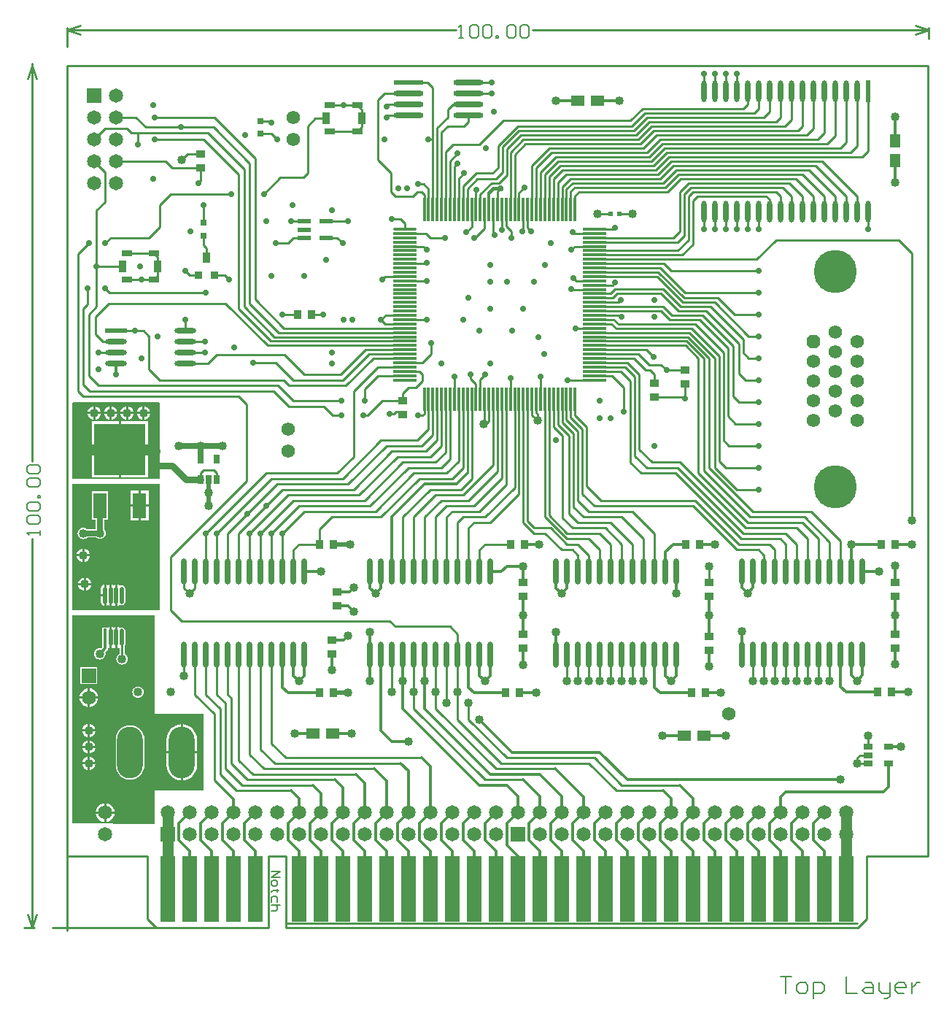
<source format=gtl>
G04*
G04 #@! TF.GenerationSoftware,Altium Limited,CircuitStudio,1.5.2 (30)*
G04*
G04 Layer_Physical_Order=1*
G04 Layer_Color=255*
%FSLAX25Y25*%
%MOIN*%
G70*
G01*
G75*
%ADD10R,0.02362X0.02362*%
%ADD11R,0.06500X0.30000*%
%ADD12R,0.03740X0.03937*%
%ADD13R,0.03937X0.02756*%
%ADD14R,0.13780X0.02362*%
%ADD15O,0.13780X0.02362*%
%ADD16R,0.03600X0.05000*%
%ADD17R,0.03600X0.03600*%
%ADD18O,0.02362X0.09843*%
%ADD19R,0.02362X0.09843*%
%ADD20R,0.03937X0.03740*%
%ADD21R,0.01772X0.07874*%
%ADD22O,0.01772X0.07874*%
%ADD23O,0.02400X0.11937*%
%ADD24R,0.06000X0.05000*%
%ADD25R,0.05000X0.06000*%
%ADD26R,0.03150X0.03150*%
%ADD27R,0.04528X0.02953*%
%ADD28R,0.03543X0.05512*%
%ADD29O,0.09843X0.02362*%
%ADD30R,0.09843X0.02362*%
%ADD31R,0.02756X0.03937*%
%ADD32R,0.01181X0.10827*%
%ADD33R,0.10827X0.01181*%
%ADD34O,0.10827X0.01181*%
%ADD35R,0.06299X0.11811*%
%ADD36R,0.23622X0.23622*%
%ADD37R,0.05906X0.02362*%
%ADD38C,0.01000*%
%ADD39C,0.05000*%
%ADD40C,0.01200*%
%ADD41C,0.03000*%
%ADD42C,0.02500*%
%ADD43C,0.02000*%
%ADD44C,0.01500*%
%ADD45C,0.00800*%
%ADD46C,0.00600*%
%ADD47C,0.06500*%
%ADD48R,0.06500X0.06500*%
%ADD49O,0.11811X0.23622*%
%ADD50C,0.06200*%
%ADD51P,0.06711X8X292.5*%
%ADD52C,0.19667*%
%ADD53C,0.02800*%
%ADD54C,0.04000*%
G36*
X351437Y1280000D02*
X311437D01*
Y1337500D01*
X351437D01*
Y1280000D01*
D02*
G37*
G36*
X348937Y1232500D02*
X371437D01*
Y1197500D01*
X348937D01*
X348937Y1182716D01*
X348583Y1182364D01*
X311437Y1182500D01*
Y1277500D01*
X348937D01*
Y1232500D01*
D02*
G37*
G36*
X351500Y1374646D02*
Y1340000D01*
X311500D01*
Y1374646D01*
X311854Y1375000D01*
X316437Y1375000D01*
X351146Y1375000D01*
X351500Y1374646D01*
D02*
G37*
%LPC*%
G36*
X318500Y1239500D02*
X314779D01*
X314859Y1238890D01*
X315288Y1237857D01*
X315969Y1236969D01*
X316857Y1236288D01*
X317891Y1235859D01*
X318500Y1235779D01*
Y1239500D01*
D02*
G37*
G36*
X323221D02*
X319500D01*
Y1235779D01*
X320110Y1235859D01*
X321143Y1236288D01*
X322031Y1236969D01*
X322712Y1237857D01*
X323141Y1238890D01*
X323221Y1239500D01*
D02*
G37*
G36*
X318500Y1244221D02*
X317891Y1244141D01*
X316857Y1243712D01*
X315969Y1243031D01*
X315288Y1242143D01*
X314859Y1241109D01*
X314779Y1240500D01*
X318500D01*
Y1244221D01*
D02*
G37*
G36*
X341437Y1245122D02*
X340758Y1245033D01*
X340126Y1244771D01*
X339583Y1244354D01*
X339166Y1243811D01*
X338904Y1243179D01*
X338815Y1242500D01*
X338904Y1241821D01*
X339166Y1241189D01*
X339583Y1240646D01*
X340126Y1240229D01*
X340758Y1239967D01*
X341437Y1239878D01*
X342116Y1239967D01*
X342748Y1240229D01*
X343291Y1240646D01*
X343708Y1241189D01*
X343970Y1241821D01*
X344059Y1242500D01*
X343970Y1243179D01*
X343708Y1243811D01*
X343291Y1244354D01*
X342748Y1244771D01*
X342116Y1245033D01*
X341437Y1245122D01*
D02*
G37*
G36*
X321897Y1224500D02*
X319437D01*
Y1222040D01*
X319720Y1222077D01*
X320450Y1222379D01*
X321077Y1222860D01*
X321557Y1223487D01*
X321860Y1224217D01*
X321897Y1224500D01*
D02*
G37*
G36*
X318437D02*
X315977D01*
X316014Y1224217D01*
X316317Y1223487D01*
X316797Y1222860D01*
X317424Y1222379D01*
X318154Y1222077D01*
X318437Y1222040D01*
Y1224500D01*
D02*
G37*
G36*
X319437Y1227960D02*
Y1225500D01*
X321897D01*
X321860Y1225783D01*
X321557Y1226513D01*
X321077Y1227140D01*
X320450Y1227621D01*
X319720Y1227923D01*
X319437Y1227960D01*
D02*
G37*
G36*
X318437D02*
X318154Y1227923D01*
X317424Y1227621D01*
X316797Y1227140D01*
X316317Y1226513D01*
X316014Y1225783D01*
X315977Y1225500D01*
X318437D01*
Y1227960D01*
D02*
G37*
G36*
X325937Y1286291D02*
X324514D01*
Y1283740D01*
X324660Y1283004D01*
X325077Y1282380D01*
X325701Y1281964D01*
X325937Y1281917D01*
Y1286291D01*
D02*
G37*
G36*
X328496Y1272375D02*
X328260Y1272328D01*
X327825Y1272037D01*
X324951D01*
Y1262963D01*
X324951Y1262963D01*
X324951D01*
X324706Y1262571D01*
X324652Y1262518D01*
X324616Y1262533D01*
X323937Y1262622D01*
X323258Y1262533D01*
X322626Y1262271D01*
X322083Y1261854D01*
X321666Y1261311D01*
X321404Y1260679D01*
X321315Y1260000D01*
X321404Y1259321D01*
X321666Y1258689D01*
X322083Y1258146D01*
X322626Y1257729D01*
X323258Y1257467D01*
X323937Y1257378D01*
X324616Y1257467D01*
X325248Y1257729D01*
X325791Y1258146D01*
X326208Y1258689D01*
X326470Y1259321D01*
X326559Y1260000D01*
X326470Y1260679D01*
X326434Y1260767D01*
X327302Y1261635D01*
X327567Y1262032D01*
X327660Y1262500D01*
X328161Y1262739D01*
X328260Y1262672D01*
X328496Y1262625D01*
Y1267500D01*
Y1272375D01*
D02*
G37*
G36*
X326937Y1291666D02*
Y1286791D01*
Y1281917D01*
X327173Y1281964D01*
X327716Y1282327D01*
X328260Y1281964D01*
X328496Y1281917D01*
Y1286791D01*
Y1291666D01*
X328260Y1291619D01*
X327716Y1291256D01*
X327173Y1291619D01*
X326937Y1291666D01*
D02*
G37*
G36*
X329496D02*
Y1286791D01*
Y1281917D01*
X329732Y1281964D01*
X330276Y1282327D01*
X330819Y1281964D01*
X331055Y1281917D01*
Y1286791D01*
Y1291666D01*
X330819Y1291619D01*
X330276Y1291256D01*
X329732Y1291619D01*
X329496Y1291666D01*
D02*
G37*
G36*
X322850Y1253850D02*
X315150D01*
Y1246150D01*
X322850D01*
Y1253850D01*
D02*
G37*
G36*
X319500Y1244221D02*
Y1240500D01*
X323221D01*
X323141Y1241109D01*
X322712Y1242143D01*
X322031Y1243031D01*
X321143Y1243712D01*
X320110Y1244141D01*
X319500Y1244221D01*
D02*
G37*
G36*
X329496Y1272375D02*
Y1267500D01*
Y1262625D01*
X329732Y1262672D01*
X330276Y1263036D01*
X330819Y1262672D01*
X331055Y1262625D01*
Y1267500D01*
Y1272375D01*
X330819Y1272328D01*
X330276Y1271964D01*
X329732Y1272328D01*
X329496Y1272375D01*
D02*
G37*
G36*
X332055D02*
Y1267500D01*
Y1262625D01*
X332291Y1262672D01*
X332493Y1262807D01*
X332993Y1262540D01*
Y1260027D01*
X332803Y1259948D01*
X332260Y1259531D01*
X331843Y1258988D01*
X331581Y1258356D01*
X331492Y1257677D01*
X331581Y1256998D01*
X331843Y1256366D01*
X332260Y1255823D01*
X332803Y1255406D01*
X333435Y1255144D01*
X334114Y1255055D01*
X334793Y1255144D01*
X335425Y1255406D01*
X335968Y1255823D01*
X336385Y1256366D01*
X336647Y1256998D01*
X336737Y1257677D01*
X336647Y1258356D01*
X336385Y1258988D01*
X335968Y1259531D01*
X335425Y1259948D01*
X335236Y1260027D01*
Y1263453D01*
X335514Y1263869D01*
X335629Y1264449D01*
Y1270551D01*
X335514Y1271131D01*
X335185Y1271622D01*
X334694Y1271951D01*
X334114Y1272066D01*
X333534Y1271951D01*
X333087Y1271652D01*
X332915Y1271911D01*
X332291Y1272328D01*
X332055Y1272375D01*
D02*
G37*
G36*
X368376Y1214500D02*
X361937D01*
Y1202205D01*
X362791Y1202289D01*
X364092Y1202684D01*
X365292Y1203325D01*
X366343Y1204188D01*
X367207Y1205239D01*
X367848Y1206439D01*
X368243Y1207741D01*
X368376Y1209095D01*
Y1214500D01*
D02*
G37*
G36*
X360937D02*
X354498D01*
Y1209095D01*
X354631Y1207741D01*
X355026Y1206439D01*
X355667Y1205239D01*
X356530Y1204188D01*
X357582Y1203325D01*
X358782Y1202684D01*
X360083Y1202289D01*
X360937Y1202205D01*
Y1214500D01*
D02*
G37*
G36*
X318437Y1209500D02*
X315977D01*
X316014Y1209217D01*
X316317Y1208487D01*
X316797Y1207860D01*
X317424Y1207380D01*
X318154Y1207077D01*
X318437Y1207040D01*
Y1209500D01*
D02*
G37*
G36*
X337815Y1227442D02*
X336540Y1227317D01*
X335313Y1226945D01*
X334183Y1226341D01*
X333193Y1225528D01*
X332380Y1224537D01*
X331775Y1223407D01*
X331403Y1222181D01*
X331278Y1220905D01*
Y1209095D01*
X331403Y1207819D01*
X331775Y1206593D01*
X332380Y1205463D01*
X333193Y1204472D01*
X334183Y1203659D01*
X335313Y1203055D01*
X336540Y1202683D01*
X337815Y1202557D01*
X339090Y1202683D01*
X340317Y1203055D01*
X341447Y1203659D01*
X342437Y1204472D01*
X343250Y1205463D01*
X343854Y1206593D01*
X344226Y1207819D01*
X344352Y1209095D01*
Y1220905D01*
X344226Y1222181D01*
X343854Y1223407D01*
X343250Y1224537D01*
X342437Y1225528D01*
X341447Y1226341D01*
X340317Y1226945D01*
X339090Y1227317D01*
X337815Y1227442D01*
D02*
G37*
G36*
X330658Y1187000D02*
X326937D01*
Y1183279D01*
X327546Y1183359D01*
X328580Y1183788D01*
X329468Y1184469D01*
X330149Y1185357D01*
X330578Y1186390D01*
X330658Y1187000D01*
D02*
G37*
G36*
X325937D02*
X322216D01*
X322296Y1186390D01*
X322725Y1185357D01*
X323406Y1184469D01*
X324294Y1183788D01*
X325327Y1183359D01*
X325937Y1183279D01*
Y1187000D01*
D02*
G37*
G36*
X326937Y1191721D02*
Y1188000D01*
X330658D01*
X330578Y1188610D01*
X330149Y1189643D01*
X329468Y1190531D01*
X328580Y1191212D01*
X327546Y1191641D01*
X326937Y1191721D01*
D02*
G37*
G36*
X325937D02*
X325327Y1191641D01*
X324294Y1191212D01*
X323406Y1190531D01*
X322725Y1189643D01*
X322296Y1188610D01*
X322216Y1188000D01*
X325937D01*
Y1191721D01*
D02*
G37*
G36*
X321897Y1209500D02*
X319437D01*
Y1207040D01*
X319720Y1207077D01*
X320450Y1207380D01*
X321077Y1207860D01*
X321557Y1208487D01*
X321860Y1209217D01*
X321897Y1209500D01*
D02*
G37*
G36*
X361937Y1227795D02*
Y1215500D01*
X368376D01*
Y1220905D01*
X368243Y1222259D01*
X367848Y1223561D01*
X367207Y1224761D01*
X366343Y1225812D01*
X365292Y1226675D01*
X364092Y1227316D01*
X362791Y1227711D01*
X361937Y1227795D01*
D02*
G37*
G36*
X360937D02*
X360083Y1227711D01*
X358782Y1227316D01*
X357582Y1226675D01*
X356530Y1225812D01*
X355667Y1224761D01*
X355026Y1223561D01*
X354631Y1222259D01*
X354498Y1220905D01*
Y1215500D01*
X360937D01*
Y1227795D01*
D02*
G37*
G36*
X319437Y1220460D02*
Y1218000D01*
X321897D01*
X321860Y1218283D01*
X321557Y1219013D01*
X321077Y1219640D01*
X320450Y1220121D01*
X319720Y1220423D01*
X319437Y1220460D01*
D02*
G37*
G36*
X318437D02*
X318154Y1220423D01*
X317424Y1220121D01*
X316797Y1219640D01*
X316317Y1219013D01*
X316014Y1218283D01*
X315977Y1218000D01*
X318437D01*
Y1220460D01*
D02*
G37*
G36*
X319437Y1212960D02*
Y1210500D01*
X321897D01*
X321860Y1210783D01*
X321557Y1211513D01*
X321077Y1212140D01*
X320450Y1212621D01*
X319720Y1212923D01*
X319437Y1212960D01*
D02*
G37*
G36*
X318437D02*
X318154Y1212923D01*
X317424Y1212621D01*
X316797Y1212140D01*
X316317Y1211513D01*
X316014Y1210783D01*
X315977Y1210500D01*
X318437D01*
Y1212960D01*
D02*
G37*
G36*
X321897Y1217000D02*
X319437D01*
Y1214540D01*
X319720Y1214577D01*
X320450Y1214880D01*
X321077Y1215360D01*
X321557Y1215987D01*
X321860Y1216717D01*
X321897Y1217000D01*
D02*
G37*
G36*
X318437D02*
X315977D01*
X316014Y1216717D01*
X316317Y1215987D01*
X316797Y1215360D01*
X317424Y1214880D01*
X318154Y1214577D01*
X318437Y1214540D01*
Y1217000D01*
D02*
G37*
G36*
X335937Y1369500D02*
X333477D01*
X333514Y1369217D01*
X333817Y1368487D01*
X334297Y1367860D01*
X334924Y1367379D01*
X335654Y1367077D01*
X335937Y1367040D01*
Y1369500D01*
D02*
G37*
G36*
X331897D02*
X329437D01*
Y1367040D01*
X329720Y1367077D01*
X330450Y1367379D01*
X331077Y1367860D01*
X331557Y1368487D01*
X331860Y1369217D01*
X331897Y1369500D01*
D02*
G37*
G36*
X343437D02*
X340977D01*
X341014Y1369217D01*
X341317Y1368487D01*
X341797Y1367860D01*
X342424Y1367379D01*
X343154Y1367077D01*
X343437Y1367040D01*
Y1369500D01*
D02*
G37*
G36*
X339397D02*
X336937D01*
Y1367040D01*
X337220Y1367077D01*
X337950Y1367379D01*
X338577Y1367860D01*
X339057Y1368487D01*
X339360Y1369217D01*
X339397Y1369500D01*
D02*
G37*
G36*
X320937D02*
X318477D01*
X318514Y1369217D01*
X318816Y1368487D01*
X319297Y1367860D01*
X319924Y1367379D01*
X320654Y1367077D01*
X320937Y1367040D01*
Y1369500D01*
D02*
G37*
G36*
X345921Y1366177D02*
X333610D01*
Y1353866D01*
X345921D01*
Y1366177D01*
D02*
G37*
G36*
X328437Y1369500D02*
X325977D01*
X326014Y1369217D01*
X326316Y1368487D01*
X326797Y1367860D01*
X327424Y1367379D01*
X328154Y1367077D01*
X328437Y1367040D01*
Y1369500D01*
D02*
G37*
G36*
X324397D02*
X321937D01*
Y1367040D01*
X322220Y1367077D01*
X322950Y1367379D01*
X323577Y1367860D01*
X324058Y1368487D01*
X324360Y1369217D01*
X324397Y1369500D01*
D02*
G37*
G36*
X346897D02*
X344437D01*
Y1367040D01*
X344720Y1367077D01*
X345450Y1367379D01*
X346077Y1367860D01*
X346557Y1368487D01*
X346860Y1369217D01*
X346897Y1369500D01*
D02*
G37*
G36*
X336937Y1372960D02*
Y1370500D01*
X339397D01*
X339360Y1370783D01*
X339057Y1371513D01*
X338577Y1372140D01*
X337950Y1372620D01*
X337220Y1372923D01*
X336937Y1372960D01*
D02*
G37*
G36*
X335937D02*
X335654Y1372923D01*
X334924Y1372620D01*
X334297Y1372140D01*
X333817Y1371513D01*
X333514Y1370783D01*
X333477Y1370500D01*
X335937D01*
Y1372960D01*
D02*
G37*
G36*
X344437D02*
Y1370500D01*
X346897D01*
X346860Y1370783D01*
X346557Y1371513D01*
X346077Y1372140D01*
X345450Y1372620D01*
X344720Y1372923D01*
X344437Y1372960D01*
D02*
G37*
G36*
X343437D02*
X343154Y1372923D01*
X342424Y1372620D01*
X341797Y1372140D01*
X341317Y1371513D01*
X341014Y1370783D01*
X340977Y1370500D01*
X343437D01*
Y1372960D01*
D02*
G37*
G36*
X321937D02*
Y1370500D01*
X324397D01*
X324360Y1370783D01*
X324058Y1371513D01*
X323577Y1372140D01*
X322950Y1372620D01*
X322220Y1372923D01*
X321937Y1372960D01*
D02*
G37*
G36*
X320937D02*
X320654Y1372923D01*
X319924Y1372620D01*
X319297Y1372140D01*
X318816Y1371513D01*
X318514Y1370783D01*
X318477Y1370500D01*
X320937D01*
Y1372960D01*
D02*
G37*
G36*
X329437D02*
Y1370500D01*
X331897D01*
X331860Y1370783D01*
X331557Y1371513D01*
X331077Y1372140D01*
X330450Y1372620D01*
X329720Y1372923D01*
X329437Y1372960D01*
D02*
G37*
G36*
X328437D02*
X328154Y1372923D01*
X327424Y1372620D01*
X326797Y1372140D01*
X326316Y1371513D01*
X326014Y1370783D01*
X325977Y1370500D01*
X328437D01*
Y1372960D01*
D02*
G37*
G36*
X332610Y1366177D02*
X320299D01*
Y1353866D01*
X332610D01*
Y1366177D01*
D02*
G37*
G36*
X317587Y1294810D02*
Y1292350D01*
X320047D01*
X320009Y1292634D01*
X319707Y1293363D01*
X319226Y1293990D01*
X318600Y1294471D01*
X317870Y1294773D01*
X317587Y1294810D01*
D02*
G37*
G36*
X316587D02*
X316303Y1294773D01*
X315574Y1294471D01*
X314947Y1293990D01*
X314466Y1293363D01*
X314164Y1292634D01*
X314126Y1292350D01*
X316587D01*
Y1294810D01*
D02*
G37*
G36*
X319397Y1304500D02*
X316937D01*
Y1302040D01*
X317220Y1302077D01*
X317950Y1302380D01*
X318577Y1302860D01*
X319057Y1303487D01*
X319360Y1304217D01*
X319397Y1304500D01*
D02*
G37*
G36*
X315937D02*
X313477D01*
X313514Y1304217D01*
X313816Y1303487D01*
X314297Y1302860D01*
X314924Y1302380D01*
X315654Y1302077D01*
X315937Y1302040D01*
Y1304500D01*
D02*
G37*
G36*
X325937Y1291666D02*
X325701Y1291619D01*
X325077Y1291202D01*
X324660Y1290578D01*
X324514Y1289843D01*
Y1287291D01*
X325937D01*
Y1291666D01*
D02*
G37*
G36*
X332055Y1291666D02*
Y1286791D01*
Y1281917D01*
X332291Y1281964D01*
X332915Y1282380D01*
X333087Y1282639D01*
X333534Y1282341D01*
X334114Y1282225D01*
X334694Y1282341D01*
X335185Y1282669D01*
X335514Y1283160D01*
X335629Y1283740D01*
Y1289843D01*
X335514Y1290422D01*
X335185Y1290914D01*
X334694Y1291242D01*
X334114Y1291357D01*
X333534Y1291242D01*
X333087Y1290944D01*
X332915Y1291202D01*
X332291Y1291619D01*
X332055Y1291666D01*
D02*
G37*
G36*
X320047Y1291350D02*
X317587D01*
Y1288890D01*
X317870Y1288927D01*
X318600Y1289230D01*
X319226Y1289711D01*
X319707Y1290337D01*
X320009Y1291067D01*
X320047Y1291350D01*
D02*
G37*
G36*
X316587D02*
X314126D01*
X314164Y1291067D01*
X314466Y1290337D01*
X314947Y1289711D01*
X315574Y1289230D01*
X316303Y1288927D01*
X316587Y1288890D01*
Y1291350D01*
D02*
G37*
G36*
X315937Y1307960D02*
X315654Y1307923D01*
X314924Y1307621D01*
X314297Y1307140D01*
X313816Y1306513D01*
X313514Y1305783D01*
X313477Y1305500D01*
X315937D01*
Y1307960D01*
D02*
G37*
G36*
X346315Y1334681D02*
X342665D01*
Y1328275D01*
X346315D01*
Y1334681D01*
D02*
G37*
G36*
X341665D02*
X338016D01*
Y1328275D01*
X341665D01*
Y1334681D01*
D02*
G37*
G36*
X345921Y1352866D02*
X333610D01*
Y1340555D01*
X345921D01*
Y1352866D01*
D02*
G37*
G36*
X332610D02*
X320299D01*
Y1340555D01*
X332610D01*
Y1352866D01*
D02*
G37*
G36*
X327805Y1334281D02*
X320305D01*
Y1321270D01*
X322169D01*
Y1317004D01*
X318096D01*
X317748Y1317271D01*
X317116Y1317533D01*
X316437Y1317622D01*
X315758Y1317533D01*
X315126Y1317271D01*
X314583Y1316854D01*
X314166Y1316311D01*
X313904Y1315679D01*
X313814Y1315000D01*
X313904Y1314321D01*
X314166Y1313689D01*
X314583Y1313146D01*
X315126Y1312729D01*
X315758Y1312467D01*
X316437Y1312377D01*
X317116Y1312467D01*
X317748Y1312729D01*
X318291Y1313146D01*
X318357Y1313232D01*
X322242D01*
X322744Y1312847D01*
X323376Y1312585D01*
X324055Y1312496D01*
X324734Y1312585D01*
X325366Y1312847D01*
X325909Y1313264D01*
X326326Y1313807D01*
X326588Y1314439D01*
X326677Y1315118D01*
X326588Y1315797D01*
X326326Y1316429D01*
X325941Y1316931D01*
Y1321270D01*
X327805D01*
Y1334281D01*
D02*
G37*
G36*
X316937Y1307960D02*
Y1305500D01*
X319397D01*
X319360Y1305783D01*
X319057Y1306513D01*
X318577Y1307140D01*
X317950Y1307621D01*
X317220Y1307923D01*
X316937Y1307960D01*
D02*
G37*
G36*
X346315Y1327275D02*
X342665D01*
Y1320870D01*
X346315D01*
Y1327275D01*
D02*
G37*
G36*
X341665D02*
X338016D01*
Y1320870D01*
X341665D01*
Y1327275D01*
D02*
G37*
%LPD*%
D10*
X561484Y1461000D02*
D03*
X557547D02*
D03*
D11*
X625000Y1152500D02*
D03*
X615000D02*
D03*
X605000D02*
D03*
X595000D02*
D03*
X585000D02*
D03*
X575000D02*
D03*
X565000D02*
D03*
X555000D02*
D03*
X545000D02*
D03*
X535000D02*
D03*
X525000D02*
D03*
X515000D02*
D03*
X505000D02*
D03*
X495000D02*
D03*
X485000D02*
D03*
X475000D02*
D03*
X465000D02*
D03*
X455000D02*
D03*
X445000D02*
D03*
X435000D02*
D03*
X425000D02*
D03*
X415000D02*
D03*
X385000D02*
D03*
X375000D02*
D03*
X365000D02*
D03*
X355000D02*
D03*
X635000D02*
D03*
X645000D02*
D03*
X655000D02*
D03*
X665000D02*
D03*
X395000D02*
D03*
D12*
X414350Y1415000D02*
D03*
X420650D02*
D03*
X681201Y1310000D02*
D03*
X687500D02*
D03*
X594500Y1242250D02*
D03*
X600799D02*
D03*
X509500D02*
D03*
X515799D02*
D03*
X598150Y1310000D02*
D03*
X591850D02*
D03*
X511850D02*
D03*
X518150D02*
D03*
X679500Y1242500D02*
D03*
X685799D02*
D03*
X424500Y1310000D02*
D03*
X430799D02*
D03*
Y1242250D02*
D03*
X424500D02*
D03*
D13*
X675000Y1217500D02*
D03*
Y1213760D02*
D03*
Y1210020D02*
D03*
X684449Y1217500D02*
D03*
Y1210020D02*
D03*
D14*
X464937Y1521000D02*
D03*
D15*
Y1516000D02*
D03*
Y1511000D02*
D03*
Y1506000D02*
D03*
X492496Y1521000D02*
D03*
Y1516000D02*
D03*
Y1511000D02*
D03*
Y1506000D02*
D03*
D16*
X372800Y1441000D02*
D03*
D17*
X369000Y1433000D02*
D03*
X376500D02*
D03*
D18*
X600000Y1461882D02*
D03*
X605000D02*
D03*
X610000D02*
D03*
X615000D02*
D03*
X620000D02*
D03*
X625000D02*
D03*
X630000D02*
D03*
X635000D02*
D03*
X640000D02*
D03*
X645000D02*
D03*
X650000D02*
D03*
X655000D02*
D03*
X660000D02*
D03*
X665000D02*
D03*
X670000D02*
D03*
X675000D02*
D03*
X600000Y1517000D02*
D03*
X605000D02*
D03*
X610000D02*
D03*
X615000D02*
D03*
X620000D02*
D03*
X625000D02*
D03*
X630000D02*
D03*
X635000D02*
D03*
X640000D02*
D03*
X645000D02*
D03*
X650000D02*
D03*
X655000D02*
D03*
X660000D02*
D03*
X665000D02*
D03*
X670000D02*
D03*
D19*
X675000D02*
D03*
D20*
X432500Y1288150D02*
D03*
Y1281850D02*
D03*
X517500Y1262500D02*
D03*
Y1268799D02*
D03*
Y1286201D02*
D03*
Y1292500D02*
D03*
X602500Y1261701D02*
D03*
Y1268000D02*
D03*
Y1286201D02*
D03*
Y1292500D02*
D03*
X687500Y1262750D02*
D03*
Y1269049D02*
D03*
Y1286451D02*
D03*
Y1292750D02*
D03*
X430000Y1260000D02*
D03*
Y1266299D02*
D03*
X591500Y1389650D02*
D03*
Y1383350D02*
D03*
X462500Y1369350D02*
D03*
Y1375650D02*
D03*
X370000Y1488150D02*
D03*
Y1481850D02*
D03*
X577500Y1383650D02*
D03*
Y1377350D02*
D03*
D21*
X326437Y1267500D02*
D03*
D22*
X328996D02*
D03*
X331555D02*
D03*
X334114D02*
D03*
X326437Y1286791D02*
D03*
X328996D02*
D03*
X331555D02*
D03*
X334114D02*
D03*
D23*
X367500Y1259500D02*
D03*
X377500D02*
D03*
X382500D02*
D03*
X387500D02*
D03*
X372500D02*
D03*
X397500D02*
D03*
X392500D02*
D03*
X402500D02*
D03*
X417500D02*
D03*
X412500D02*
D03*
X407500D02*
D03*
X372500Y1297500D02*
D03*
X377500D02*
D03*
X382500D02*
D03*
X387500D02*
D03*
X392500D02*
D03*
X397500D02*
D03*
X402500D02*
D03*
X407500D02*
D03*
X412500D02*
D03*
X362500Y1259500D02*
D03*
Y1297500D02*
D03*
X367500D02*
D03*
X417500D02*
D03*
X622500Y1259750D02*
D03*
X632500D02*
D03*
X637500D02*
D03*
X642500D02*
D03*
X627500D02*
D03*
X652500D02*
D03*
X647500D02*
D03*
X657500D02*
D03*
X672500D02*
D03*
X667500D02*
D03*
X662500D02*
D03*
X627500Y1297750D02*
D03*
X632500D02*
D03*
X637500D02*
D03*
X642500D02*
D03*
X647500D02*
D03*
X652500D02*
D03*
X657500D02*
D03*
X662500D02*
D03*
X667500D02*
D03*
X617500Y1259750D02*
D03*
Y1297750D02*
D03*
X622500D02*
D03*
X672500D02*
D03*
X537500Y1259500D02*
D03*
X547500D02*
D03*
X552500D02*
D03*
X557500D02*
D03*
X542500D02*
D03*
X567500D02*
D03*
X562500D02*
D03*
X572500D02*
D03*
X587500D02*
D03*
X582500D02*
D03*
X577500D02*
D03*
X542500Y1297500D02*
D03*
X547500D02*
D03*
X552500D02*
D03*
X557500D02*
D03*
X562500D02*
D03*
X567500D02*
D03*
X572500D02*
D03*
X577500D02*
D03*
X582500D02*
D03*
X532500Y1259500D02*
D03*
Y1297500D02*
D03*
X537500D02*
D03*
X587500D02*
D03*
X502500D02*
D03*
X452500D02*
D03*
X447500D02*
D03*
Y1259500D02*
D03*
X497500Y1297500D02*
D03*
X492500D02*
D03*
X487500D02*
D03*
X482500D02*
D03*
X477500D02*
D03*
X472500D02*
D03*
X467500D02*
D03*
X462500D02*
D03*
X457500D02*
D03*
X492500Y1259500D02*
D03*
X497500D02*
D03*
X502500D02*
D03*
X487500D02*
D03*
X477500D02*
D03*
X482500D02*
D03*
X457500D02*
D03*
X472500D02*
D03*
X467500D02*
D03*
X462500D02*
D03*
X452500D02*
D03*
D24*
X430437Y1223563D02*
D03*
X421437D02*
D03*
X542437Y1512500D02*
D03*
X551437D02*
D03*
X591000Y1222500D02*
D03*
X600000D02*
D03*
D25*
X687437Y1494437D02*
D03*
Y1485437D02*
D03*
D26*
X397500Y1503405D02*
D03*
Y1497500D02*
D03*
X371500Y1456905D02*
D03*
Y1451000D02*
D03*
D27*
X348701Y1443004D02*
D03*
X336299D02*
D03*
Y1430996D02*
D03*
X348701D02*
D03*
X429173Y1498496D02*
D03*
X441575D02*
D03*
Y1510504D02*
D03*
X429173D02*
D03*
D28*
X334232Y1437000D02*
D03*
X350374D02*
D03*
X443642Y1504500D02*
D03*
X427500D02*
D03*
D29*
X362933Y1392500D02*
D03*
Y1397500D02*
D03*
Y1402500D02*
D03*
Y1407500D02*
D03*
X331437Y1392500D02*
D03*
Y1397500D02*
D03*
Y1402500D02*
D03*
D30*
Y1407500D02*
D03*
D31*
X370000Y1339500D02*
D03*
X373740D02*
D03*
X377480D02*
D03*
X370000Y1348949D02*
D03*
X377480D02*
D03*
D32*
X472244Y1462854D02*
D03*
X474213D02*
D03*
X476181D02*
D03*
X478150D02*
D03*
X480118D02*
D03*
X482087D02*
D03*
X484055D02*
D03*
X486024D02*
D03*
X487992D02*
D03*
X489961D02*
D03*
X491929D02*
D03*
X493898D02*
D03*
X495866D02*
D03*
X497835D02*
D03*
X499803D02*
D03*
X501772D02*
D03*
X503740D02*
D03*
X505709D02*
D03*
X507677D02*
D03*
X509646D02*
D03*
X511614D02*
D03*
X513583D02*
D03*
X515551D02*
D03*
X517520D02*
D03*
X519488D02*
D03*
X521457D02*
D03*
X523425D02*
D03*
X525394D02*
D03*
X527362D02*
D03*
X529331D02*
D03*
X531299D02*
D03*
X533268D02*
D03*
X535236D02*
D03*
X537205D02*
D03*
X539173D02*
D03*
X541142D02*
D03*
Y1376240D02*
D03*
X539173D02*
D03*
X537205D02*
D03*
X535236D02*
D03*
X533268D02*
D03*
X531299D02*
D03*
X529331D02*
D03*
X527362D02*
D03*
X525394D02*
D03*
X523425D02*
D03*
X521457D02*
D03*
X519488D02*
D03*
X517520D02*
D03*
X515551D02*
D03*
X513583D02*
D03*
X511614D02*
D03*
X509646D02*
D03*
X507677D02*
D03*
X505709D02*
D03*
X503740D02*
D03*
X501772D02*
D03*
X499803D02*
D03*
X497835D02*
D03*
X495866D02*
D03*
X493898D02*
D03*
X491929D02*
D03*
X489961D02*
D03*
X487992D02*
D03*
X486024D02*
D03*
X484055D02*
D03*
X482087D02*
D03*
X480118D02*
D03*
X478150D02*
D03*
X476181D02*
D03*
X474213D02*
D03*
X472244D02*
D03*
D33*
X550000Y1453996D02*
D03*
Y1452027D02*
D03*
Y1450059D02*
D03*
Y1448090D02*
D03*
Y1446122D02*
D03*
Y1444153D02*
D03*
Y1442185D02*
D03*
Y1440217D02*
D03*
Y1438248D02*
D03*
Y1436279D02*
D03*
Y1434311D02*
D03*
Y1432342D02*
D03*
Y1430374D02*
D03*
Y1428405D02*
D03*
Y1426437D02*
D03*
Y1424468D02*
D03*
Y1422500D02*
D03*
Y1420531D02*
D03*
Y1418563D02*
D03*
Y1416594D02*
D03*
Y1414626D02*
D03*
Y1412658D02*
D03*
Y1410689D02*
D03*
Y1408720D02*
D03*
Y1406752D02*
D03*
Y1404784D02*
D03*
Y1402815D02*
D03*
Y1400846D02*
D03*
Y1398878D02*
D03*
Y1396909D02*
D03*
Y1394941D02*
D03*
Y1392972D02*
D03*
Y1391004D02*
D03*
Y1389035D02*
D03*
Y1387067D02*
D03*
Y1385098D02*
D03*
X463386D02*
D03*
Y1387067D02*
D03*
Y1389035D02*
D03*
Y1391004D02*
D03*
Y1392972D02*
D03*
Y1394941D02*
D03*
Y1396909D02*
D03*
Y1398878D02*
D03*
Y1400846D02*
D03*
Y1402815D02*
D03*
Y1404784D02*
D03*
Y1406752D02*
D03*
Y1408720D02*
D03*
Y1410689D02*
D03*
Y1412658D02*
D03*
Y1414626D02*
D03*
Y1416594D02*
D03*
Y1418563D02*
D03*
Y1420531D02*
D03*
Y1422500D02*
D03*
Y1424468D02*
D03*
Y1426437D02*
D03*
Y1428405D02*
D03*
Y1430374D02*
D03*
Y1432342D02*
D03*
Y1434311D02*
D03*
Y1436279D02*
D03*
Y1438248D02*
D03*
Y1440217D02*
D03*
Y1442185D02*
D03*
Y1444153D02*
D03*
Y1446122D02*
D03*
Y1448090D02*
D03*
Y1450059D02*
D03*
Y1452027D02*
D03*
D34*
Y1453996D02*
D03*
D35*
X342165Y1327775D02*
D03*
X324055D02*
D03*
D36*
X333110Y1353366D02*
D03*
D37*
X417500Y1457500D02*
D03*
Y1453760D02*
D03*
Y1450020D02*
D03*
X427343Y1457500D02*
D03*
Y1450020D02*
D03*
D38*
X390000Y1418500D02*
Y1481437D01*
X373437Y1498000D02*
X390000Y1481437D01*
X341437Y1498000D02*
X373437D01*
X392500Y1420000D02*
Y1483937D01*
X375937Y1500500D02*
X392500Y1483937D01*
X361000Y1500500D02*
X375937D01*
X395000Y1421941D02*
Y1486437D01*
X376437Y1505000D02*
X395000Y1486437D01*
X348937Y1505000D02*
X376437D01*
X387500Y1417500D02*
Y1478937D01*
X371437Y1495000D02*
X387500Y1478937D01*
X348937Y1495000D02*
X371437D01*
X322500Y1462500D02*
X326437Y1466437D01*
Y1480000D01*
X345000Y1500500D02*
X361000D01*
X368937Y1475000D02*
X370000Y1476063D01*
Y1481850D01*
X357087D02*
X370000D01*
X353937Y1485000D02*
X357087Y1481850D01*
X331437Y1485000D02*
X353937D01*
X321437D02*
X326437Y1480000D01*
X338437Y1498000D02*
X341437D01*
Y1492500D02*
Y1498000D01*
X336437Y1500000D02*
X338437Y1498000D01*
X326437Y1500000D02*
X336437D01*
X321437Y1495000D02*
X326437Y1500000D01*
X340500Y1505000D02*
X345000Y1500500D01*
X331437Y1505000D02*
X340500D01*
X356437Y1304437D02*
X391000Y1339000D01*
X356437Y1280000D02*
Y1304437D01*
X436500Y1382500D02*
X448941Y1394941D01*
X410500Y1382500D02*
X436500D01*
X408000Y1385000D02*
X410500Y1382500D01*
X435000Y1385000D02*
X446910Y1396909D01*
X412500Y1385000D02*
X435000D01*
X404500Y1393000D02*
X412500Y1385000D01*
X434000Y1387500D02*
X445378Y1398878D01*
X417500Y1387500D02*
X434000D01*
X408500Y1396500D02*
X417500Y1387500D01*
X408937Y1212500D02*
X471000D01*
X402500Y1218937D02*
X408937Y1212500D01*
X402500Y1218937D02*
Y1259500D01*
X403937Y1210000D02*
X461500D01*
X397500Y1216437D02*
X403937Y1210000D01*
X397500Y1216437D02*
Y1241437D01*
X398937Y1207500D02*
X449500D01*
X392500Y1213937D02*
X398937Y1207500D01*
X392500Y1213937D02*
Y1241437D01*
X393937Y1205000D02*
X441000D01*
X387500Y1211437D02*
X393937Y1205000D01*
X387500Y1211437D02*
Y1241437D01*
X391437Y1202500D02*
X431437D01*
X383937Y1210000D02*
X391437Y1202500D01*
X383937Y1210000D02*
Y1240000D01*
X382500Y1241437D02*
X383937Y1240000D01*
X388937Y1200000D02*
X421437D01*
X381437Y1207500D02*
X388937Y1200000D01*
X381437Y1207500D02*
Y1237500D01*
X377500Y1241437D02*
X381437Y1237500D01*
X386437Y1197500D02*
X411437D01*
X378937Y1205000D02*
X386437Y1197500D01*
X378937Y1205000D02*
Y1235000D01*
X372500Y1241437D02*
X378937Y1235000D01*
X367500Y1241437D02*
X376437Y1232500D01*
Y1202313D02*
Y1232500D01*
Y1202313D02*
X385000Y1193750D01*
X397500Y1241437D02*
X397500Y1259500D01*
X392500Y1241437D02*
X392500Y1259500D01*
X387500Y1241437D02*
X387500Y1259500D01*
X382500Y1241437D02*
X382500Y1259500D01*
X377500Y1241437D02*
X377500Y1259500D01*
X372500Y1241437D02*
Y1259500D01*
X367500Y1241437D02*
X367500Y1259500D01*
X562500Y1200000D02*
X589000D01*
X560000Y1197500D02*
X581500D01*
X505000Y1207500D02*
X532000D01*
X500000Y1202500D02*
X517500D01*
X670000Y1210000D02*
Y1212500D01*
X675000Y1217500D02*
Y1222500D01*
X670020Y1210020D02*
X675000D01*
X670000Y1210000D02*
X670020Y1210020D01*
X670000Y1212500D02*
X671260Y1213760D01*
X675000D01*
X387500Y1377500D02*
X391000Y1374000D01*
X316437Y1377500D02*
X387500D01*
X391000Y1339000D02*
Y1374000D01*
X405000Y1495000D02*
X405000D01*
X402500Y1497500D02*
X405000Y1495000D01*
X397500Y1497500D02*
X402500D01*
X343000Y1430996D02*
X348701D01*
X336299D02*
X343000D01*
X348701D02*
X350374Y1432669D01*
Y1437000D01*
X348701Y1443004D02*
X350374Y1441331D01*
Y1437000D02*
Y1441331D01*
X377437Y1396500D02*
X408500D01*
X587000Y1342500D02*
X617000Y1312500D01*
X571437Y1342500D02*
X587000D01*
X566500Y1347437D02*
X571437Y1342500D01*
X566500Y1347437D02*
Y1384500D01*
X588000Y1345000D02*
X618000Y1315000D01*
X573937Y1345000D02*
X588000D01*
X568500Y1350437D02*
X573937Y1345000D01*
X568500Y1350437D02*
Y1386500D01*
X589000Y1347500D02*
X619000Y1317500D01*
X576437Y1347500D02*
X589000D01*
X570500Y1353437D02*
X576437Y1347500D01*
X570500Y1353437D02*
Y1387500D01*
X499803Y1454303D02*
Y1462854D01*
X509646Y1455354D02*
X512000Y1453000D01*
X509646Y1455354D02*
Y1462854D01*
X540500Y1431500D02*
X541626Y1430374D01*
X550000D01*
X541500Y1408500D02*
X541720Y1408720D01*
X550000D01*
X511614Y1376240D02*
Y1385886D01*
X493500Y1385500D02*
Y1386500D01*
Y1385500D02*
X495866Y1383134D01*
Y1376240D02*
Y1383134D01*
X463386Y1412658D02*
X473343D01*
X463386Y1430374D02*
X473374D01*
X512000Y1450000D02*
Y1453000D01*
X503740Y1452062D02*
X504542Y1451260D01*
X503740Y1452062D02*
Y1462854D01*
X495000Y1450000D02*
X495500D01*
X499803Y1454303D01*
X411437Y1457500D02*
X417500D01*
X476181Y1495000D02*
Y1518500D01*
Y1462854D02*
Y1495000D01*
X473937D02*
X476181D01*
X456937Y1471000D02*
Y1479500D01*
X450937Y1485500D02*
X456937Y1479500D01*
X450937Y1485500D02*
Y1513000D01*
X454937Y1510000D02*
X455937Y1511000D01*
X464937D01*
X492496Y1516000D02*
X502937D01*
X450937Y1513000D02*
X453937Y1516000D01*
X464937D01*
X473681Y1521000D02*
X476181Y1518500D01*
X464937Y1521000D02*
X473681D01*
X482937Y1505000D02*
Y1508500D01*
X485437Y1511000D01*
X492496D01*
Y1503059D02*
Y1506000D01*
X490437Y1501000D02*
X492496Y1503059D01*
X482937Y1501000D02*
X490437D01*
X456937Y1471000D02*
X458937Y1469000D01*
X466937D01*
X468937Y1471000D01*
X470937D01*
X472244Y1469693D01*
Y1462854D02*
Y1469693D01*
X478150Y1500213D02*
X482937Y1505000D01*
X478150Y1462854D02*
Y1500213D01*
X480118Y1498181D02*
X482937Y1501000D01*
X480118Y1462854D02*
Y1498181D01*
X454937Y1505000D02*
X455937Y1506000D01*
X464937D01*
X492496Y1521000D02*
X502937D01*
X406437Y1477500D02*
X416937D01*
X418937Y1479500D01*
Y1501000D01*
X422437Y1504500D01*
X427500D01*
X508437Y1503500D02*
X566500D01*
X497437Y1492500D02*
X508437Y1503500D01*
X485437Y1492500D02*
X497437D01*
X482087Y1489150D02*
X485437Y1492500D01*
X484055Y1485118D02*
X487437Y1488500D01*
X484055Y1462854D02*
Y1485118D01*
X486024Y1462854D02*
Y1482587D01*
X487437Y1484000D01*
X487992Y1462854D02*
Y1477055D01*
X490437Y1479500D01*
X505937Y1482000D02*
Y1492000D01*
X503437Y1479500D02*
X505937Y1482000D01*
X495937Y1479500D02*
X503437D01*
X489961Y1473524D02*
X495937Y1479500D01*
X505937Y1492000D02*
X514937Y1501000D01*
X567000D01*
X489961Y1462854D02*
Y1473524D01*
X398937Y1470000D02*
X406437Y1477500D01*
X356437Y1470000D02*
X383937D01*
X351437Y1465000D02*
X356437Y1470000D01*
X351437Y1455000D02*
Y1465000D01*
X346437Y1450000D02*
X351437Y1455000D01*
X328937Y1450000D02*
X346437D01*
X326437Y1447500D02*
X328937Y1450000D01*
X313937Y1442500D02*
X318937Y1447500D01*
X313937Y1380000D02*
Y1442500D01*
X361437Y1275000D02*
X456437D01*
X313937Y1380000D02*
X316437Y1377500D01*
X356437Y1280000D02*
X361437Y1275000D01*
X456437D02*
X458937Y1272500D01*
X483937D01*
X487500Y1268937D01*
Y1259500D02*
Y1268937D01*
X403500Y1380000D02*
X410500Y1373000D01*
X319437Y1380000D02*
X403500D01*
X316437Y1383000D02*
X319437Y1380000D01*
X405500Y1382500D02*
X412500Y1375500D01*
X323437Y1382500D02*
X405500D01*
X318937Y1387000D02*
X323437Y1382500D01*
X351437Y1385000D02*
X408000D01*
X346437Y1390000D02*
X351437Y1385000D01*
X316437Y1383000D02*
Y1417500D01*
X318500Y1419563D01*
Y1427000D01*
X318937Y1387000D02*
Y1415000D01*
X322500Y1418563D01*
Y1437000D01*
X321937Y1414000D02*
X327937Y1420000D01*
X381500D01*
X387500Y1315000D02*
X400000Y1327500D01*
X391500Y1324000D02*
X405000Y1337500D01*
X382500Y1315000D02*
X391500Y1324000D01*
X400000Y1327500D02*
X407500Y1335000D01*
X618000Y1509000D02*
X620000Y1511000D01*
Y1517000D01*
X573000Y1507000D02*
X623000D01*
X625000Y1509000D01*
Y1517000D01*
X574000Y1505000D02*
X627500D01*
X630000Y1507500D01*
Y1517000D01*
X633000Y1503000D02*
X635000Y1505000D01*
Y1517000D01*
X576000Y1501000D02*
X637000D01*
X640000Y1504000D01*
Y1517000D01*
X577000Y1499000D02*
X643000D01*
X645000Y1501000D01*
Y1517000D01*
X647000Y1497000D02*
X650000Y1500000D01*
Y1517000D01*
X580000Y1495000D02*
X652000D01*
X655000Y1498000D01*
Y1517000D01*
X656500Y1493000D02*
X660000Y1496500D01*
Y1517000D01*
X582000Y1491000D02*
X662500D01*
X665000Y1493500D01*
Y1517000D01*
X583000Y1489000D02*
X667000D01*
X670000Y1492000D01*
Y1517000D01*
X584000Y1487000D02*
X672500D01*
X675000Y1489500D01*
Y1517000D01*
X572000Y1509000D02*
X618000D01*
X566500Y1503500D02*
X572000Y1509000D01*
X482087Y1462854D02*
Y1489150D01*
X567000Y1501000D02*
X573000Y1507000D01*
X508000Y1480000D02*
Y1491500D01*
X505000Y1477000D02*
X508000Y1480000D01*
X496500Y1477000D02*
X505000D01*
X491929Y1472429D02*
X496500Y1477000D01*
X568000Y1499000D02*
X574000Y1505000D01*
X515500Y1499000D02*
X568000D01*
X508000Y1491500D02*
X515500Y1499000D01*
X491929Y1462854D02*
Y1472429D01*
X575000Y1503000D02*
X633000D01*
X569000Y1497000D02*
X575000Y1503000D01*
X516500Y1497000D02*
X569000D01*
X510000Y1490500D02*
X516500Y1497000D01*
X510000Y1478500D02*
Y1490500D01*
X506500Y1475000D02*
X510000Y1478500D01*
X503000Y1475000D02*
X506500D01*
X497835Y1469835D02*
X503000Y1475000D01*
X497835Y1462854D02*
Y1469835D01*
X570000Y1495000D02*
X576000Y1501000D01*
X517500Y1495000D02*
X570000D01*
X511614Y1489114D02*
X517500Y1495000D01*
X511614Y1462854D02*
Y1489114D01*
X571000Y1493000D02*
X577000Y1499000D01*
X518500Y1493000D02*
X571000D01*
X513583Y1488083D02*
X518500Y1493000D01*
X513583Y1462854D02*
Y1488083D01*
X578500Y1497000D02*
X647000D01*
X572500Y1491000D02*
X578500Y1497000D01*
X529500Y1491000D02*
X572500D01*
X521457Y1482957D02*
X529500Y1491000D01*
X521457Y1462854D02*
Y1482957D01*
X574000Y1489000D02*
X580000Y1495000D01*
X530500Y1489000D02*
X574000D01*
X523425Y1481925D02*
X530500Y1489000D01*
X523425Y1462854D02*
Y1481925D01*
X581000Y1493000D02*
X656500D01*
X575000Y1487000D02*
X581000Y1493000D01*
X532500Y1487000D02*
X575000D01*
X525394Y1479894D02*
X532500Y1487000D01*
X525394Y1462854D02*
Y1479894D01*
X576000Y1485000D02*
X582000Y1491000D01*
X533500Y1485000D02*
X576000D01*
X527362Y1478862D02*
X533500Y1485000D01*
X527362Y1462854D02*
Y1478862D01*
X534500Y1483000D02*
X577000D01*
X529331Y1477831D02*
X534500Y1483000D01*
X529331Y1462854D02*
Y1477831D01*
X577000Y1483000D02*
X583000Y1489000D01*
X585000Y1485000D02*
X654000D01*
X670000Y1469000D01*
Y1461882D02*
Y1469000D01*
X586000Y1483000D02*
X651000D01*
X665000Y1469000D01*
Y1461882D02*
Y1469000D01*
X587500Y1481000D02*
X648000D01*
X660000Y1469000D01*
Y1461882D02*
Y1469000D01*
X588500Y1479000D02*
X645000D01*
X655000Y1469000D01*
Y1461882D02*
Y1469000D01*
X589500Y1477000D02*
X642000D01*
X650000Y1469000D01*
Y1461882D02*
Y1469000D01*
X593000Y1475000D02*
X639000D01*
X645000Y1469000D01*
Y1461882D02*
Y1469000D01*
X594000Y1473000D02*
X636000D01*
X640000Y1469000D01*
Y1461882D02*
Y1469000D01*
X595000Y1471000D02*
X633000D01*
X635000Y1469000D01*
Y1461882D02*
Y1469000D01*
X597000D02*
X628500D01*
X630000Y1467500D01*
Y1461882D02*
Y1467500D01*
X535500Y1481000D02*
X578000D01*
X531299Y1476799D02*
X535500Y1481000D01*
X531299Y1462854D02*
Y1476799D01*
X540000Y1475000D02*
X581500D01*
X537205Y1472205D02*
X540000Y1475000D01*
X537205Y1462854D02*
Y1472205D01*
X583500Y1471000D02*
X589500Y1477000D01*
X543000Y1471000D02*
X583500D01*
X582500Y1473000D02*
X588500Y1479000D01*
X541000Y1473000D02*
X582500D01*
X581500Y1475000D02*
X587500Y1481000D01*
X580000Y1477000D02*
X586000Y1483000D01*
X539000Y1477000D02*
X580000D01*
X579000Y1479000D02*
X585000Y1485000D01*
X537000Y1479000D02*
X579000D01*
X578000Y1481000D02*
X584000Y1487000D01*
X591000Y1470000D02*
X594000Y1473000D01*
X591000Y1451000D02*
Y1470000D01*
X533268Y1475268D02*
X537000Y1479000D01*
X533268Y1462854D02*
Y1475268D01*
X535236Y1473236D02*
X539000Y1477000D01*
X535236Y1462854D02*
Y1473236D01*
X539173Y1471173D02*
X541000Y1473000D01*
X539173Y1462854D02*
Y1471173D01*
X541142Y1469142D02*
X543000Y1471000D01*
X541142Y1462854D02*
Y1469142D01*
X593000Y1469000D02*
X595000Y1471000D01*
X593000Y1449000D02*
Y1469000D01*
X589000Y1471000D02*
X593000Y1475000D01*
X589000Y1453000D02*
Y1471000D01*
X586059Y1450059D02*
X589000Y1453000D01*
X550000Y1450059D02*
X586059D01*
X588090Y1448090D02*
X591000Y1451000D01*
X550000Y1448090D02*
X588090D01*
X588153Y1444153D02*
X593000Y1449000D01*
X550000Y1444153D02*
X588153D01*
X595000Y1467000D02*
X597000Y1469000D01*
X595000Y1447000D02*
Y1467000D01*
X590185Y1442185D02*
X595000Y1447000D01*
X550000Y1442185D02*
X590185D01*
X695000Y1321000D02*
Y1443000D01*
X689000Y1449000D02*
X695000Y1443000D01*
X633000Y1449000D02*
X689000D01*
X624216Y1440217D02*
X633000Y1449000D01*
X550000Y1440217D02*
X624216D01*
X372800Y1441000D02*
Y1445200D01*
X371500Y1446500D02*
X372800Y1445200D01*
X371500Y1446500D02*
Y1451000D01*
X381000Y1433000D02*
X383000Y1431000D01*
X376500Y1433000D02*
X381000D01*
X363000Y1435000D02*
X365000Y1433000D01*
X369000D01*
X371500Y1456905D02*
Y1465000D01*
X615000Y1517000D02*
Y1524882D01*
X610000Y1517000D02*
Y1524882D01*
X605000Y1517000D02*
Y1524882D01*
X600000Y1517000D02*
Y1524882D01*
X675000Y1454000D02*
Y1461882D01*
X625000Y1454000D02*
Y1461882D01*
X620000Y1454000D02*
Y1461882D01*
X615000Y1454000D02*
Y1461882D01*
X610000Y1454000D02*
Y1461882D01*
X605000Y1454000D02*
Y1461882D01*
X600000Y1454000D02*
Y1461882D01*
X328500Y1425000D02*
X372500D01*
X326500Y1427000D02*
X328500Y1425000D01*
X410500Y1373000D02*
X426500D01*
X430500Y1369000D01*
X434500D01*
X462500Y1375650D02*
Y1379000D01*
X444500Y1369000D02*
X446500D01*
X453150Y1375650D01*
X462500D01*
X322500Y1437000D02*
X334232D01*
X443642Y1500563D02*
Y1504500D01*
X441575Y1498496D02*
X443642Y1500563D01*
X429173Y1510504D02*
X435374D01*
X441575D01*
X443642Y1508437D01*
Y1504500D02*
Y1508437D01*
X445000Y1381000D02*
X451067Y1387067D01*
X445000Y1375500D02*
Y1381000D01*
X412500Y1375500D02*
X434500D01*
X451067Y1387067D02*
X463386D01*
X322500Y1437000D02*
Y1462500D01*
X373437Y1392500D02*
X377437Y1396500D01*
X362933Y1392500D02*
X373437D01*
X400654Y1400846D02*
X463386D01*
X381500Y1420000D02*
X400654Y1400846D01*
X402185Y1402815D02*
X463386D01*
X387500Y1417500D02*
X402185Y1402815D01*
X403716Y1404784D02*
X463386D01*
X390000Y1418500D02*
X403716Y1404784D01*
X393937Y1393000D02*
X404500D01*
X346437Y1390000D02*
Y1405000D01*
X550000Y1438248D02*
X581752D01*
X585000Y1435000D01*
X625000D01*
X580220Y1436279D02*
X591500Y1425000D01*
X625000D01*
X550000Y1436279D02*
X580220D01*
X614000Y1415000D02*
X625000D01*
X606500Y1422500D02*
X614000Y1415000D01*
X591000Y1422500D02*
X606500D01*
X579189Y1434311D02*
X591000Y1422500D01*
X550000Y1434311D02*
X579189D01*
X620500Y1405000D02*
X625000D01*
X605000Y1420500D02*
X620500Y1405000D01*
X590500Y1420500D02*
X605000D01*
X620500Y1395000D02*
X625000D01*
X618000Y1397500D02*
X620500Y1395000D01*
X618000Y1397500D02*
Y1403500D01*
X603000Y1418500D02*
X618000Y1403500D01*
X589500Y1418500D02*
X603000D01*
X619000Y1385000D02*
X625000D01*
X616000Y1388000D02*
X619000Y1385000D01*
X616000Y1388000D02*
Y1401500D01*
X601000Y1416500D02*
X616000Y1401500D01*
X588500Y1416500D02*
X601000D01*
X585500Y1414500D02*
X599500D01*
X613500Y1400500D01*
Y1377500D02*
Y1400500D01*
Y1377500D02*
X616000Y1375000D01*
X625000D01*
X614500Y1365000D02*
X625000D01*
X611000Y1368500D02*
X614500Y1365000D01*
X611000Y1368500D02*
Y1399500D01*
X598000Y1412500D02*
X611000Y1399500D01*
X584500Y1412500D02*
X598000D01*
X596000Y1410500D02*
X609000Y1397500D01*
Y1357500D02*
Y1397500D01*
Y1357500D02*
X611500Y1355000D01*
X625000D01*
X607000Y1348000D02*
X610000Y1345000D01*
X625000D01*
X607000Y1348000D02*
Y1396000D01*
X594500Y1408500D02*
X607000Y1396000D01*
X560000Y1408500D02*
X594500D01*
X593500Y1406500D02*
X605000Y1395000D01*
X559000Y1406500D02*
X593500D01*
X558748Y1406752D02*
X559000Y1406500D01*
X550000Y1406752D02*
X558748D01*
X557811Y1410689D02*
X560000Y1408500D01*
X550000Y1410689D02*
X557811D01*
X561000Y1410500D02*
X596000D01*
X558843Y1412658D02*
X561000Y1410500D01*
X550000Y1412658D02*
X558843D01*
X605000Y1345000D02*
Y1395000D01*
Y1345000D02*
X615000Y1335000D01*
X625000D01*
X662500Y1297750D02*
Y1311500D01*
X649000Y1325000D02*
X662500Y1311500D01*
X622500Y1325000D02*
X649000D01*
X657500Y1297750D02*
Y1311000D01*
X646000Y1322500D02*
X657500Y1311000D01*
X621000Y1322500D02*
X646000D01*
X602500Y1345000D02*
X622500Y1325000D01*
X602500Y1345000D02*
Y1395000D01*
X592716Y1404784D02*
X602500Y1395000D01*
X550000Y1404784D02*
X592716D01*
X600000Y1343500D02*
Y1395000D01*
X597500Y1342500D02*
Y1395000D01*
X600000Y1343500D02*
X621000Y1322500D01*
X620000Y1320000D02*
X645000D01*
X597500Y1342500D02*
X620000Y1320000D01*
X619000Y1317500D02*
X642500D01*
X618000Y1315000D02*
X637500D01*
X617000Y1312500D02*
X635000D01*
X616000Y1310000D02*
X630000D01*
X596000Y1330000D02*
X616000Y1310000D01*
X553000Y1330000D02*
X596000D01*
X592185Y1402815D02*
X600000Y1395000D01*
X550000Y1402815D02*
X592185D01*
X652500Y1297750D02*
Y1312500D01*
X645000Y1320000D02*
X652500Y1312500D01*
X591653Y1400846D02*
X597500Y1395000D01*
X550000Y1400846D02*
X591653D01*
X647500Y1297750D02*
Y1312500D01*
X642500Y1317500D02*
X647500Y1312500D01*
X642500Y1297750D02*
Y1310000D01*
X637500Y1315000D02*
X642500Y1310000D01*
X637500Y1297750D02*
Y1310000D01*
X635000Y1312500D02*
X637500Y1310000D01*
X632500Y1297750D02*
Y1307500D01*
X630000Y1310000D02*
X632500Y1307500D01*
X546500Y1336500D02*
X553000Y1330000D01*
X627500Y1297750D02*
Y1305000D01*
X625000Y1307500D02*
X627500Y1305000D01*
X615000Y1307500D02*
X625000D01*
X595000Y1327500D02*
X615000Y1307500D01*
X550000Y1327500D02*
X595000D01*
X544500Y1333000D02*
X550000Y1327500D01*
X577500Y1297500D02*
Y1315000D01*
X567500Y1325000D02*
X577500Y1315000D01*
X547500Y1325000D02*
X567500D01*
X542500Y1330000D02*
X547500Y1325000D01*
X572500Y1297500D02*
Y1312500D01*
X562500Y1322500D02*
X572500Y1312500D01*
X545000Y1322500D02*
X562500D01*
X540500Y1327000D02*
X545000Y1322500D01*
X567500Y1297500D02*
Y1310000D01*
X557500Y1320000D02*
X567500Y1310000D01*
X542500Y1320000D02*
X557500D01*
X538500Y1324000D02*
X542500Y1320000D01*
X562500Y1297500D02*
Y1310000D01*
X555000Y1317500D02*
X562500Y1310000D01*
X540000Y1317500D02*
X555000D01*
X535500Y1322000D02*
X540000Y1317500D01*
X557500Y1297500D02*
Y1310000D01*
X552500Y1315000D02*
X557500Y1310000D01*
X537500Y1315000D02*
X552500D01*
X529331Y1323169D02*
X537500Y1315000D01*
X552500Y1297500D02*
Y1307500D01*
X547500Y1312500D02*
X552500Y1307500D01*
X537500Y1312500D02*
X547500D01*
X527362Y1322638D02*
X537500Y1312500D01*
X547500Y1297500D02*
Y1305000D01*
X542500Y1310000D02*
X547500Y1305000D01*
X537500Y1310000D02*
X542500D01*
X530000Y1317500D02*
X537500Y1310000D01*
X522500Y1317500D02*
X530000D01*
X519488Y1320512D02*
X522500Y1317500D01*
X517520Y1319980D02*
Y1376240D01*
X542500Y1297500D02*
Y1305000D01*
X540000Y1307500D02*
X542500Y1305000D01*
X535000Y1307500D02*
X540000D01*
X527500Y1315000D02*
X535000Y1307500D01*
X522500Y1315000D02*
X527500D01*
X517520Y1319980D02*
X522500Y1315000D01*
X515551Y1333051D02*
Y1376240D01*
X502500Y1320000D02*
X515551Y1333051D01*
X495000Y1320000D02*
X502500D01*
X492500Y1317500D02*
X495000Y1320000D01*
X492500Y1297500D02*
Y1317500D01*
X513583Y1336083D02*
Y1376240D01*
X500000Y1322500D02*
X513583Y1336083D01*
X490000Y1322500D02*
X500000D01*
X487500Y1320000D02*
X490000Y1322500D01*
X487500Y1297500D02*
Y1320000D01*
X497500Y1325000D02*
X509646Y1337146D01*
X485000Y1325000D02*
X497500D01*
X482500Y1322500D02*
X485000Y1325000D01*
X482500Y1297500D02*
Y1322500D01*
X507677Y1340177D02*
Y1376240D01*
X495000Y1327500D02*
X507677Y1340177D01*
X482500Y1327500D02*
X495000D01*
X477500Y1322500D02*
X482500Y1327500D01*
X477500Y1297500D02*
Y1322500D01*
X492500Y1330000D02*
X505709Y1343209D01*
X480000Y1330000D02*
X492500D01*
X472500Y1322500D02*
X480000Y1330000D01*
X472500Y1297500D02*
Y1322500D01*
X503740Y1346240D02*
Y1376240D01*
X490000Y1332500D02*
X503740Y1346240D01*
X477500Y1332500D02*
X490000D01*
X467500Y1322500D02*
X477500Y1332500D01*
X467500Y1297500D02*
Y1322500D01*
X489000Y1335000D02*
X493898Y1339898D01*
X475000Y1335000D02*
X489000D01*
X462500Y1322500D02*
X475000Y1335000D01*
X462500Y1297500D02*
Y1322500D01*
X491929Y1342500D02*
Y1376240D01*
X470000Y1340000D02*
X485000D01*
X489961Y1344961D01*
X452500Y1322500D02*
X470000Y1340000D01*
X430000Y1322500D02*
X452500D01*
X424500Y1317000D02*
X430000Y1322500D01*
X424500Y1310000D02*
Y1317000D01*
X469500Y1474500D02*
X472000D01*
X474213Y1472287D01*
X467500Y1242500D02*
Y1259500D01*
X477500Y1242500D02*
Y1259500D01*
X602500Y1292500D02*
Y1300000D01*
X457500Y1242500D02*
Y1259500D01*
X497500Y1297500D02*
Y1307500D01*
X500000Y1310000D01*
X511850D01*
X495866Y1462854D02*
Y1471866D01*
X496000Y1472000D01*
X499500Y1365000D02*
X499803Y1365303D01*
Y1376240D01*
X499500Y1365000D02*
X500500D01*
X501772Y1366272D01*
X405748Y1406752D02*
X463386D01*
X408220Y1408720D02*
X463386D01*
X445378Y1398878D02*
X463386D01*
X570000Y1393000D02*
X573531Y1389468D01*
X568059Y1394941D02*
X570000Y1393000D01*
X321937Y1406000D02*
Y1414000D01*
Y1406000D02*
X325437Y1402500D01*
X331437D01*
X362933Y1407500D02*
Y1412496D01*
X463386Y1392972D02*
X471473D01*
X475500Y1397000D01*
Y1402000D01*
X459531Y1370531D02*
X462500D01*
Y1379000D02*
X465000Y1381500D01*
X468500D01*
X471500Y1384500D01*
Y1387500D01*
X469965Y1389035D02*
X471500Y1387500D01*
X463386Y1389035D02*
X469965D01*
X420650Y1415000D02*
X426181D01*
X401594Y1503405D02*
X402500Y1502500D01*
X397500Y1503405D02*
X401594D01*
X563500Y1370500D02*
Y1381500D01*
X557933Y1387067D02*
X563500Y1381500D01*
X550000Y1387067D02*
X557933D01*
X573622Y1398878D02*
X577000Y1395500D01*
X550000Y1398878D02*
X573622D01*
X580500Y1392000D02*
X583031Y1389468D01*
X575000Y1392000D02*
X580500D01*
X570090Y1396909D02*
X575000Y1392000D01*
X550000Y1396909D02*
X570090D01*
X550000Y1394941D02*
X568059D01*
X475000Y1450000D02*
X481850D01*
X472972Y1452027D02*
X475000Y1450000D01*
X463386Y1452027D02*
X472972D01*
X336299Y1443004D02*
X348701D01*
X454343Y1432342D02*
X463386D01*
X453000Y1431000D02*
X454343Y1432342D01*
X474213Y1462854D02*
Y1472287D01*
X515551Y1462854D02*
Y1470551D01*
X518000Y1473000D01*
X454311Y1410689D02*
X463386D01*
X452500Y1412500D02*
X454311Y1410689D01*
X454626Y1414626D02*
X463386D01*
X452500Y1412500D02*
X454626Y1414626D01*
X501772Y1366272D02*
Y1376240D01*
X523425Y1370075D02*
Y1376240D01*
Y1370075D02*
X524000Y1369500D01*
X550000Y1414626D02*
X561874D01*
X562500Y1414000D01*
X550000Y1428405D02*
X558405D01*
X559500Y1429500D01*
X550000Y1420531D02*
X561031D01*
X562000Y1421500D01*
X540473Y1452027D02*
X550000D01*
X540000Y1452500D02*
X540473Y1452027D01*
X537598Y1385098D02*
X550000D01*
X537500Y1385000D02*
X537598Y1385098D01*
X524000Y1366500D02*
Y1369500D01*
X521457Y1369043D02*
Y1376240D01*
Y1369043D02*
X524000Y1366500D01*
X370000Y1342500D02*
X371500Y1344000D01*
X376000D01*
X377500Y1342500D01*
X377480Y1339500D02*
Y1342480D01*
X377500Y1342500D01*
X370000Y1339500D02*
Y1342500D01*
X331437Y1407500D02*
X339937D01*
X448941Y1394941D02*
X463386D01*
X362933Y1397500D02*
X371937D01*
X446910Y1396909D02*
X463386D01*
X362933Y1402500D02*
X371937D01*
X323437Y1397500D02*
X331437D01*
X364150Y1488150D02*
X370000D01*
X361500Y1485500D02*
X364150Y1488150D01*
X407500Y1415000D02*
X414350D01*
X440000Y1380000D02*
X451004Y1391004D01*
X484055Y1349055D02*
Y1376240D01*
X458500Y1369500D02*
X459531Y1370531D01*
X456500Y1369500D02*
X458500D01*
X493898Y1339898D02*
Y1376240D01*
X519488Y1320512D02*
Y1376240D01*
X527362Y1322638D02*
Y1376240D01*
X529331Y1323169D02*
Y1376240D01*
X531299Y1363701D02*
Y1376240D01*
Y1363701D02*
X535500Y1359500D01*
Y1322000D02*
Y1359500D01*
X533268Y1364732D02*
Y1376240D01*
Y1364732D02*
X538500Y1359500D01*
Y1324000D02*
Y1359500D01*
X535236Y1365764D02*
Y1376240D01*
Y1365764D02*
X540500Y1360500D01*
Y1327000D02*
Y1360500D01*
X537205Y1366795D02*
Y1376240D01*
Y1366795D02*
X542500Y1361500D01*
Y1330000D02*
Y1361500D01*
X539173Y1367827D02*
Y1376240D01*
Y1367827D02*
X544500Y1362500D01*
Y1333000D02*
Y1362500D01*
X541142Y1368858D02*
Y1376240D01*
Y1368858D02*
X546500Y1363500D01*
Y1336500D02*
Y1363500D01*
X550000Y1389035D02*
X561965D01*
X566500Y1384500D01*
X550000Y1391004D02*
X563996D01*
X568500Y1386500D01*
X550000Y1392972D02*
X565028D01*
X570500Y1387500D01*
X487992Y1347992D02*
Y1376240D01*
X489961Y1344961D02*
Y1376240D01*
X505709Y1343209D02*
Y1376240D01*
X509646Y1337146D02*
Y1376240D01*
X591500Y1376500D02*
Y1383350D01*
X577500Y1377350D02*
X590650D01*
X591500Y1376500D01*
X577500Y1383650D02*
Y1387469D01*
X575500Y1389468D02*
X577500Y1387469D01*
X573531Y1389468D02*
X575500D01*
X429173Y1498496D02*
X441575D01*
X583031Y1389468D02*
X591500D01*
X550000Y1416594D02*
X580406D01*
X584500Y1412500D01*
X550000Y1418563D02*
X581437D01*
X585500Y1414500D01*
X550000Y1422500D02*
X558500D01*
X560500Y1424500D01*
X580500D01*
X588500Y1416500D01*
X550000Y1424468D02*
X557469D01*
X559500Y1426500D01*
X581500D01*
X589500Y1418500D01*
X550000Y1432342D02*
X578657D01*
X590500Y1420500D01*
X451004Y1391004D02*
X463386D01*
X551516Y1461000D02*
X557547D01*
X561484D02*
X567516D01*
X387500Y1259500D02*
Y1260000D01*
X392500Y1259500D02*
Y1260000D01*
X397500Y1259500D02*
Y1260000D01*
X402500Y1259500D02*
Y1260000D01*
X487500Y1257500D02*
X487500Y1257500D01*
X487500Y1242500D02*
Y1257500D01*
X467500Y1235000D02*
Y1242500D01*
X477500Y1235000D02*
Y1242500D01*
X487500Y1230000D02*
Y1242500D01*
X467500Y1235000D02*
X500000Y1202500D01*
X477500Y1235000D02*
X505000Y1207500D01*
X487500Y1230000D02*
X507500Y1210000D01*
X547500D01*
X560000Y1197500D01*
X537500Y1247500D02*
Y1259500D01*
X542500Y1247500D02*
Y1259500D01*
X547500Y1247500D02*
Y1259500D01*
X552500Y1247500D02*
Y1259500D01*
X557500Y1247500D02*
Y1259500D01*
X562500Y1247500D02*
Y1259500D01*
X567500Y1247500D02*
Y1259500D01*
X572500Y1247500D02*
Y1259500D01*
X657500Y1247750D02*
Y1259750D01*
X652500Y1247750D02*
Y1259750D01*
X647500Y1247750D02*
Y1259750D01*
X642500Y1247750D02*
Y1259750D01*
X637500Y1247750D02*
Y1259750D01*
X632500Y1247750D02*
Y1259750D01*
X627500Y1247750D02*
Y1259750D01*
X622500Y1247750D02*
Y1259750D01*
X427343Y1450020D02*
X432480D01*
X435000Y1447500D01*
X427343Y1457500D02*
X437500D01*
X412520Y1450020D02*
X417500D01*
X410000Y1447500D02*
X412520Y1450020D01*
X404468Y1447500D02*
X410000D01*
X334114Y1257677D02*
Y1267500D01*
X412500Y1297500D02*
Y1307500D01*
X415000Y1310000D01*
X424500D01*
X457500Y1458500D02*
X461500D01*
X463386Y1456614D01*
Y1453996D02*
Y1456614D01*
X362500Y1250000D02*
Y1259500D01*
X365000Y1287500D02*
X367500Y1290000D01*
Y1297500D01*
X362500Y1290000D02*
X365000Y1287500D01*
X362500Y1290000D02*
Y1297500D01*
X472244Y1369744D02*
Y1376240D01*
X471500Y1369000D02*
X472244Y1369744D01*
X469500Y1369000D02*
X471500D01*
X517520Y1453520D02*
Y1462854D01*
X517000Y1453000D02*
X517520Y1453520D01*
X519488Y1454512D02*
Y1462854D01*
Y1454512D02*
X521000Y1453000D01*
X507677Y1453677D02*
Y1462854D01*
X486024Y1376240D02*
Y1386476D01*
X497835Y1376240D02*
Y1385335D01*
X500000Y1387500D01*
X505709Y1462854D02*
Y1471209D01*
X507000Y1472500D01*
X507677Y1471823D01*
X493898Y1454898D02*
Y1462854D01*
X491500Y1452500D02*
X493898Y1454898D01*
X550000Y1453996D02*
X558996D01*
X559500Y1454500D01*
X541122Y1446122D02*
X550000D01*
X539500Y1444500D02*
X541122Y1446122D01*
X539563Y1426437D02*
X550000D01*
X539500Y1426500D02*
X539563Y1426437D01*
X525394Y1376240D02*
Y1386394D01*
X525500Y1386500D01*
X463386Y1438248D02*
X473248D01*
X473500Y1438500D01*
X463386Y1446122D02*
X471878D01*
X473500Y1444500D01*
X550000Y1212500D02*
X562500Y1200000D01*
X510000Y1212500D02*
X550000D01*
X492500Y1230000D02*
X510000Y1212500D01*
X492500Y1230000D02*
Y1237500D01*
X482500D02*
X482500Y1237500D01*
Y1259500D01*
X339937Y1407500D02*
X343937D01*
X346437Y1405000D01*
X395000Y1421941D02*
X408220Y1408720D01*
X392500Y1420000D02*
X405748Y1406752D01*
X440000Y1350000D02*
Y1380000D01*
X377500Y1297500D02*
Y1315000D01*
X402500Y1340000D01*
X435000D01*
X452500Y1357500D01*
X469213D01*
X474213Y1362500D01*
Y1376240D01*
X372500Y1297500D02*
Y1315000D01*
X382500Y1297500D02*
Y1315000D01*
X405000Y1337500D02*
X437500D01*
X455000Y1355000D01*
X471181D01*
X476181Y1360000D01*
Y1376240D01*
X387500Y1297500D02*
Y1315000D01*
X407500Y1335000D02*
X440000D01*
X457500Y1352500D01*
X473150D01*
X478150Y1357500D01*
Y1376240D01*
X392500Y1297500D02*
Y1315000D01*
X410000Y1332500D01*
X442500D01*
X460000Y1350000D01*
X475118D01*
X480118Y1355000D01*
Y1376240D01*
X397500Y1297500D02*
Y1315000D01*
X412500Y1330000D01*
X477500Y1347500D02*
X482087Y1352087D01*
Y1376240D01*
X412500Y1330000D02*
X445000D01*
X462500Y1347500D01*
X477500D01*
X402500Y1297500D02*
Y1315000D01*
X415000Y1327500D01*
X447500D01*
X465000Y1345000D01*
X480000D01*
X484055Y1349055D01*
X407500Y1297500D02*
Y1315000D01*
X417500Y1325000D01*
X450000D01*
X467500Y1342500D01*
X482500D01*
X487992Y1347992D01*
X432500Y1342500D02*
X440000Y1350000D01*
X372500Y1315000D02*
X400000Y1342500D01*
X432500D01*
X308937Y1537126D02*
Y1546000D01*
X702638Y1541063D02*
Y1546000D01*
X308937Y1545000D02*
X486592D01*
X521782D02*
X702638D01*
X308937D02*
X314937Y1543000D01*
X308937Y1545000D02*
X314937Y1547000D01*
X696638D02*
X702638Y1545000D01*
X696638Y1543000D02*
X702638Y1545000D01*
X293189Y1527701D02*
Y1529701D01*
X289252Y1135000D02*
X294189D01*
X293189Y1347845D02*
Y1528701D01*
Y1135000D02*
Y1312656D01*
X291189Y1522701D02*
X293189Y1528701D01*
X295189Y1522701D01*
X293189Y1135000D02*
X295189Y1141000D01*
X291189D02*
X293189Y1135000D01*
X409000Y1137000D02*
X670000D01*
X409000D02*
Y1167500D01*
X350000Y1135000D02*
X401000D01*
Y1137000D02*
Y1167500D01*
X409000D01*
X302500Y1135000D02*
X349700D01*
X308937Y1133563D02*
Y1167500D01*
X345700Y1139000D02*
X349700Y1135000D01*
X670300D02*
X674300Y1139000D01*
X345700D02*
Y1167500D01*
X308937D02*
X345700D01*
X674300Y1139000D02*
Y1167500D01*
X702500D01*
X308937D02*
Y1528701D01*
X702500D01*
Y1167500D02*
Y1528701D01*
X401000Y1135000D02*
Y1167500D01*
X409000Y1135000D02*
Y1167500D01*
X349700Y1135000D02*
X401000D01*
X409000D02*
X670300D01*
X401000Y1167500D02*
X409000D01*
D39*
X348071Y1353366D02*
X348937Y1352500D01*
X333110Y1353366D02*
X348071D01*
X318071D02*
X333110D01*
X355000Y1152500D02*
Y1177500D01*
Y1187500D01*
X665000Y1152500D02*
Y1177500D01*
Y1187500D01*
D40*
X471000Y1212500D02*
X475000Y1208500D01*
X461500Y1210000D02*
X465000Y1206500D01*
X449500Y1207500D02*
X455000Y1202000D01*
X441000Y1205000D02*
X445000Y1201000D01*
X431437Y1202500D02*
X435000Y1198937D01*
X421437Y1200000D02*
X425000Y1196437D01*
X411437Y1197500D02*
X415000Y1193937D01*
Y1187500D02*
Y1193937D01*
X635000Y1194500D02*
X637500Y1197000D01*
X635000Y1187500D02*
Y1194500D01*
X595000Y1187500D02*
Y1194000D01*
X589000Y1200000D02*
X595000Y1194000D01*
X585000Y1187500D02*
Y1194000D01*
X581500Y1197500D02*
X585000Y1194000D01*
X545000Y1187500D02*
Y1194500D01*
X532000Y1207500D02*
X545000Y1194500D01*
X535000Y1187500D02*
Y1195000D01*
X525000Y1205000D02*
X535000Y1195000D01*
X502500Y1205000D02*
X525000D01*
X515000Y1187500D02*
Y1195000D01*
X510000Y1200000D02*
X515000Y1195000D01*
X497500Y1200000D02*
X510000D01*
X525000Y1187500D02*
Y1195000D01*
X517500Y1202500D02*
X525000Y1195000D01*
X475000Y1187500D02*
Y1208500D01*
X465000Y1187500D02*
Y1206500D01*
X455000Y1187500D02*
Y1202000D01*
X445000Y1187500D02*
Y1201000D01*
X637500Y1197000D02*
X682000D01*
X435000Y1187500D02*
Y1198937D01*
X425000Y1187500D02*
Y1196437D01*
X385000Y1187500D02*
Y1193750D01*
X682000Y1197000D02*
X684449Y1199449D01*
Y1210020D01*
Y1217500D02*
X690000D01*
X532437Y1512500D02*
X542437D01*
X551437D02*
X561437D01*
X412937Y1223563D02*
X421437D01*
X447500Y1247500D02*
X447500Y1247500D01*
Y1259500D01*
X486929Y1337500D02*
X491929Y1342500D01*
X472500Y1337500D02*
X486929D01*
X457500Y1322500D02*
X472500Y1337500D01*
X457500Y1297500D02*
Y1322500D01*
X432500Y1288150D02*
X438000D01*
X440000Y1290150D01*
X687437Y1475437D02*
Y1485437D01*
Y1494437D02*
Y1505437D01*
X582500Y1306500D02*
X586000Y1310000D01*
X591850D01*
X667500D02*
X681201D01*
X667500Y1297750D02*
Y1310000D01*
X582500Y1297500D02*
Y1306500D01*
X417500Y1297500D02*
X425000D01*
X472500Y1247500D02*
Y1259500D01*
X672500Y1297750D02*
X680000D01*
X587500Y1287500D02*
Y1297500D01*
X687500Y1292750D02*
Y1300250D01*
X517500Y1292500D02*
Y1300000D01*
X502500Y1297500D02*
X507500D01*
X510000Y1300000D01*
X517500D01*
X462500Y1247500D02*
Y1259500D01*
X430437Y1223563D02*
X438937D01*
X412500Y1250000D02*
Y1259500D01*
Y1250000D02*
X415000Y1247500D01*
X417500Y1250000D01*
Y1259500D01*
X417500Y1259500D01*
X430000Y1252500D02*
Y1260000D01*
X502500Y1250000D02*
Y1259500D01*
X500000Y1247500D02*
X502500Y1250000D01*
X497500Y1250000D02*
X500000Y1247500D01*
X497500Y1250000D02*
Y1259500D01*
X587500Y1250000D02*
Y1259500D01*
X585000Y1247500D02*
X587500Y1250000D01*
X582500Y1250000D02*
X585000Y1247500D01*
X582500Y1250000D02*
Y1259500D01*
X672500Y1250250D02*
Y1259750D01*
X670000Y1247750D02*
X672500Y1250250D01*
X667500Y1250250D02*
X670000Y1247750D01*
X667500Y1250250D02*
Y1259750D01*
X517500Y1255000D02*
Y1262500D01*
X602500Y1254201D02*
Y1261701D01*
X687500Y1255250D02*
Y1262750D01*
X665000Y1242500D02*
X679500D01*
X662500Y1245000D02*
X665000Y1242500D01*
X662500Y1245000D02*
Y1259750D01*
X577500Y1244750D02*
Y1259500D01*
Y1244750D02*
X580000Y1242250D01*
X594500D01*
X492500Y1244750D02*
Y1259500D01*
Y1244750D02*
X495000Y1242250D01*
X509500D01*
X407500Y1244750D02*
Y1259500D01*
Y1244750D02*
X410000Y1242250D01*
X424500D01*
X600000Y1222500D02*
X610000D01*
X360000Y1175000D02*
X365000Y1170000D01*
Y1152500D02*
Y1170000D01*
X360000Y1175000D02*
Y1182500D01*
X365000Y1187500D01*
X370000Y1182500D02*
X375000Y1187500D01*
X370000Y1175000D02*
Y1182500D01*
X375000Y1152500D02*
Y1170000D01*
X370000Y1175000D02*
X375000Y1170000D01*
X380000Y1182500D02*
X385000Y1187500D01*
X380000Y1175000D02*
Y1182500D01*
X385000Y1152500D02*
Y1170000D01*
X380000Y1175000D02*
X385000Y1170000D01*
X390000Y1182500D02*
X395000Y1187500D01*
X390000Y1175000D02*
Y1182500D01*
X395000Y1152500D02*
Y1170000D01*
X390000Y1175000D02*
X395000Y1170000D01*
X410000Y1182500D02*
X415000Y1187500D01*
X410000Y1175000D02*
Y1182500D01*
X415000Y1152500D02*
Y1170000D01*
X410000Y1175000D02*
X415000Y1170000D01*
X420000Y1182500D02*
X425000Y1187500D01*
X420000Y1175000D02*
Y1182500D01*
X425000Y1152500D02*
Y1170000D01*
X420000Y1175000D02*
X425000Y1170000D01*
X430000Y1182500D02*
X435000Y1187500D01*
X430000Y1175000D02*
Y1182500D01*
X435000Y1152500D02*
Y1170000D01*
X430000Y1175000D02*
X435000Y1170000D01*
X440000Y1182500D02*
X445000Y1187500D01*
X440000Y1175000D02*
Y1182500D01*
X445000Y1152500D02*
Y1170000D01*
X440000Y1175000D02*
X445000Y1170000D01*
X480000Y1175000D02*
X485000Y1170000D01*
Y1152500D02*
Y1170000D01*
X480000Y1175000D02*
Y1182500D01*
X485000Y1187500D01*
X470000Y1175000D02*
X475000Y1170000D01*
Y1152500D02*
Y1170000D01*
X470000Y1175000D02*
Y1182500D01*
X475000Y1187500D01*
X460000Y1175000D02*
X465000Y1170000D01*
Y1152500D02*
Y1170000D01*
X460000Y1175000D02*
Y1182500D01*
X465000Y1187500D01*
X450000Y1175000D02*
X455000Y1170000D01*
Y1152500D02*
Y1170000D01*
X450000Y1175000D02*
Y1182500D01*
X455000Y1187500D01*
X520000Y1175000D02*
X525000Y1170000D01*
Y1152500D02*
Y1170000D01*
X520000Y1175000D02*
Y1182500D01*
X525000Y1187500D01*
X510000Y1182500D02*
X515000Y1187500D01*
X500000Y1175000D02*
X505000Y1170000D01*
Y1152500D02*
Y1170000D01*
X500000Y1175000D02*
Y1182500D01*
X505000Y1187500D01*
X490000Y1175000D02*
X495000Y1170000D01*
Y1152500D02*
Y1170000D01*
X490000Y1175000D02*
Y1182500D01*
X495000Y1187500D01*
X510000Y1172500D02*
Y1182500D01*
Y1172500D02*
X515000Y1167500D01*
Y1152500D02*
Y1167500D01*
X560000Y1175000D02*
X565000Y1170000D01*
Y1152500D02*
Y1170000D01*
X560000Y1175000D02*
Y1182500D01*
X565000Y1187500D01*
X550000Y1175000D02*
X555000Y1170000D01*
Y1152500D02*
Y1170000D01*
X550000Y1175000D02*
Y1182500D01*
X555000Y1187500D01*
X540000Y1175000D02*
X545000Y1170000D01*
Y1152500D02*
Y1170000D01*
X540000Y1175000D02*
Y1182500D01*
X545000Y1187500D01*
X530000Y1175000D02*
X535000Y1170000D01*
Y1152500D02*
Y1170000D01*
X530000Y1175000D02*
Y1182500D01*
X535000Y1187500D01*
X600000Y1175000D02*
X605000Y1170000D01*
Y1152500D02*
Y1170000D01*
X600000Y1175000D02*
Y1182500D01*
X605000Y1187500D01*
X590000Y1175000D02*
X595000Y1170000D01*
Y1152500D02*
Y1170000D01*
X590000Y1175000D02*
Y1182500D01*
X595000Y1187500D01*
X580000Y1175000D02*
X585000Y1170000D01*
Y1152500D02*
Y1170000D01*
X580000Y1175000D02*
Y1182500D01*
X585000Y1187500D01*
X570000Y1175000D02*
X575000Y1170000D01*
Y1152500D02*
Y1170000D01*
X570000Y1175000D02*
Y1182500D01*
X575000Y1187500D01*
X640000Y1175000D02*
X645000Y1170000D01*
Y1152500D02*
Y1170000D01*
X640000Y1175000D02*
Y1182500D01*
X645000Y1187500D01*
X630000Y1175000D02*
X635000Y1170000D01*
Y1152500D02*
Y1170000D01*
X630000Y1175000D02*
Y1182500D01*
X635000Y1187500D01*
X620000Y1175000D02*
X625000Y1170000D01*
Y1152500D02*
Y1170000D01*
X620000Y1175000D02*
Y1182500D01*
X625000Y1187500D01*
X610000Y1175000D02*
X615000Y1170000D01*
Y1152500D02*
Y1170000D01*
X610000Y1175000D02*
Y1182500D01*
X615000Y1187500D01*
X650000Y1182500D02*
X655000Y1187500D01*
X650000Y1175000D02*
Y1182500D01*
X655000Y1152500D02*
Y1170000D01*
X650000Y1175000D02*
X655000Y1170000D01*
X462500Y1235000D02*
Y1247500D01*
X472500Y1235000D02*
Y1247500D01*
X462500Y1235000D02*
X497500Y1200000D01*
X472500Y1235000D02*
X502500Y1205000D01*
X432500Y1281850D02*
X437500D01*
X440000Y1279350D01*
X598150Y1310000D02*
X605000D01*
X620000Y1287750D02*
X622500Y1290250D01*
Y1297750D01*
X537500Y1290000D02*
Y1297500D01*
X517500Y1268799D02*
Y1277500D01*
Y1286201D01*
X602500Y1268000D02*
Y1286201D01*
X581000Y1222500D02*
X591000D01*
X515799Y1242250D02*
X523299D01*
X518150Y1310000D02*
X524850D01*
X447500Y1259500D02*
Y1270000D01*
X452500Y1290000D02*
Y1297500D01*
X450000Y1287500D02*
X452500Y1290000D01*
X447500D02*
Y1297500D01*
Y1290000D02*
X450000Y1287500D01*
X532500Y1259500D02*
Y1270000D01*
Y1290000D02*
X535000Y1287500D01*
X532500Y1290000D02*
Y1297500D01*
X535000Y1287500D02*
X537500Y1290000D01*
X687500Y1310000D02*
X695000D01*
X687500Y1269049D02*
Y1286451D01*
X617500Y1290250D02*
Y1297750D01*
Y1290250D02*
X620000Y1287750D01*
X617500Y1259750D02*
Y1270250D01*
X685799Y1242500D02*
X693299D01*
X600799Y1242250D02*
X607799D01*
X430000Y1266299D02*
X435500D01*
X437500Y1268299D01*
X501772Y1462854D02*
Y1470500D01*
X331437Y1387500D02*
Y1392500D01*
X326437Y1262500D02*
Y1267500D01*
X323937Y1260000D02*
X326437Y1262500D01*
X565000Y1202500D02*
X662500D01*
X552500Y1215000D02*
X565000Y1202500D01*
X512500Y1215000D02*
X552500D01*
X497500Y1230000D02*
X512500Y1215000D01*
X452500Y1225000D02*
Y1259500D01*
Y1225000D02*
X457500Y1220000D01*
X465000D01*
D41*
X349000Y1346000D02*
X357000D01*
X363500Y1339500D01*
X370000D01*
D42*
Y1355000D02*
X380000D01*
X360000D02*
X370000D01*
Y1348949D02*
Y1355000D01*
X324055Y1315118D02*
Y1327775D01*
X316555Y1315118D02*
X324055D01*
D43*
X430799Y1242250D02*
X437500D01*
X430799Y1310000D02*
X438299D01*
X373740Y1327740D02*
Y1339500D01*
X373500Y1327500D02*
X373740Y1327740D01*
D44*
X503772Y1472500D02*
X507000D01*
X501772Y1470500D02*
X503772Y1472500D01*
D45*
X635000Y1112498D02*
X639998D01*
X637499D01*
Y1105000D01*
X643747D02*
X646246D01*
X647496Y1106250D01*
Y1108749D01*
X646246Y1109998D01*
X643747D01*
X642498Y1108749D01*
Y1106250D01*
X643747Y1105000D01*
X649995Y1102501D02*
Y1109998D01*
X653744D01*
X654993Y1108749D01*
Y1106250D01*
X653744Y1105000D01*
X649995D01*
X664990Y1112498D02*
Y1105000D01*
X669989D01*
X673737Y1109998D02*
X676237D01*
X677486Y1108749D01*
Y1105000D01*
X673737D01*
X672488Y1106250D01*
X673737Y1107499D01*
X677486D01*
X679986Y1109998D02*
Y1106250D01*
X681235Y1105000D01*
X684984D01*
Y1103750D01*
X683734Y1102501D01*
X682485D01*
X684984Y1105000D02*
Y1109998D01*
X691232Y1105000D02*
X688733D01*
X687483Y1106250D01*
Y1108749D01*
X688733Y1109998D01*
X691232D01*
X692481Y1108749D01*
Y1107499D01*
X687483D01*
X694981Y1109998D02*
Y1105000D01*
Y1107499D01*
X696230Y1108749D01*
X697480Y1109998D01*
X698729D01*
X402500Y1160500D02*
X406499D01*
X402500Y1157834D01*
X406499D01*
X402500Y1155835D02*
Y1154502D01*
X403166Y1153835D01*
X404499D01*
X405166Y1154502D01*
Y1155835D01*
X404499Y1156501D01*
X403166D01*
X402500Y1155835D01*
X405832Y1151836D02*
X405166D01*
Y1152503D01*
Y1151170D01*
Y1151836D01*
X403166D01*
X402500Y1151170D01*
X405166Y1146504D02*
Y1148504D01*
X404499Y1149170D01*
X403166D01*
X402500Y1148504D01*
Y1146504D01*
X406499Y1145172D02*
X402500D01*
X404499D01*
X405166Y1144505D01*
Y1143172D01*
X404499Y1142506D01*
X402500D01*
D46*
X488193Y1541401D02*
X490192D01*
X489192D01*
Y1547399D01*
X488193Y1546399D01*
X493191D02*
X494191Y1547399D01*
X496190D01*
X497190Y1546399D01*
Y1542401D01*
X496190Y1541401D01*
X494191D01*
X493191Y1542401D01*
Y1546399D01*
X499189D02*
X500189Y1547399D01*
X502188D01*
X503188Y1546399D01*
Y1542401D01*
X502188Y1541401D01*
X500189D01*
X499189Y1542401D01*
Y1546399D01*
X505187Y1541401D02*
Y1542401D01*
X506187D01*
Y1541401D01*
X505187D01*
X510185Y1546399D02*
X511185Y1547399D01*
X513184D01*
X514184Y1546399D01*
Y1542401D01*
X513184Y1541401D01*
X511185D01*
X510185Y1542401D01*
Y1546399D01*
X516184D02*
X517183Y1547399D01*
X519182D01*
X520182Y1546399D01*
Y1542401D01*
X519182Y1541401D01*
X517183D01*
X516184Y1542401D01*
Y1546399D01*
X296788Y1314256D02*
Y1316255D01*
Y1315255D01*
X290790D01*
X291790Y1314256D01*
Y1319254D02*
X290790Y1320254D01*
Y1322253D01*
X291790Y1323253D01*
X295788D01*
X296788Y1322253D01*
Y1320254D01*
X295788Y1319254D01*
X291790D01*
Y1325252D02*
X290790Y1326252D01*
Y1328251D01*
X291790Y1329251D01*
X295788D01*
X296788Y1328251D01*
Y1326252D01*
X295788Y1325252D01*
X291790D01*
X296788Y1331250D02*
X295788D01*
Y1332250D01*
X296788D01*
Y1331250D01*
X291790Y1336248D02*
X290790Y1337248D01*
Y1339247D01*
X291790Y1340247D01*
X295788D01*
X296788Y1339247D01*
Y1337248D01*
X295788Y1336248D01*
X291790D01*
Y1342247D02*
X290790Y1343246D01*
Y1345245D01*
X291790Y1346245D01*
X295788D01*
X296788Y1345245D01*
Y1343246D01*
X295788Y1342247D01*
X291790D01*
D47*
X331437Y1475000D02*
D03*
X321437D02*
D03*
X331437Y1485000D02*
D03*
X321437D02*
D03*
X331437Y1495000D02*
D03*
X321437D02*
D03*
X331437Y1505000D02*
D03*
X321437D02*
D03*
X331437Y1515000D02*
D03*
X326437Y1187500D02*
D03*
Y1177500D02*
D03*
X319000Y1240000D02*
D03*
X665000Y1187500D02*
D03*
Y1177500D02*
D03*
X655000Y1187500D02*
D03*
Y1177500D02*
D03*
X645000Y1187500D02*
D03*
Y1177500D02*
D03*
X635000Y1187500D02*
D03*
Y1177500D02*
D03*
X625000Y1187500D02*
D03*
Y1177500D02*
D03*
X615000Y1187500D02*
D03*
Y1177500D02*
D03*
X605000Y1187500D02*
D03*
Y1177500D02*
D03*
X595000Y1187500D02*
D03*
Y1177500D02*
D03*
X585000Y1187500D02*
D03*
Y1177500D02*
D03*
X575000Y1187500D02*
D03*
Y1177500D02*
D03*
X565000Y1187500D02*
D03*
Y1177500D02*
D03*
X555000Y1187500D02*
D03*
Y1177500D02*
D03*
X545000Y1187500D02*
D03*
Y1177500D02*
D03*
X535000Y1187500D02*
D03*
Y1177500D02*
D03*
X525000Y1187500D02*
D03*
Y1177500D02*
D03*
X515000Y1187500D02*
D03*
X505000D02*
D03*
Y1177500D02*
D03*
X495000Y1187500D02*
D03*
Y1177500D02*
D03*
X485000Y1187500D02*
D03*
Y1177500D02*
D03*
X475000Y1187500D02*
D03*
Y1177500D02*
D03*
X465000Y1187500D02*
D03*
Y1177500D02*
D03*
X455000Y1187500D02*
D03*
Y1177500D02*
D03*
X445000Y1187500D02*
D03*
Y1177500D02*
D03*
X435000Y1187500D02*
D03*
Y1177500D02*
D03*
X425000Y1187500D02*
D03*
Y1177500D02*
D03*
X415000Y1187500D02*
D03*
Y1177500D02*
D03*
X405000Y1187500D02*
D03*
Y1177500D02*
D03*
X395000Y1187500D02*
D03*
Y1177500D02*
D03*
X385000Y1187500D02*
D03*
Y1177500D02*
D03*
X375000Y1187500D02*
D03*
Y1177500D02*
D03*
X365000Y1187500D02*
D03*
Y1177500D02*
D03*
X355000Y1187500D02*
D03*
D48*
X321437Y1515000D02*
D03*
X319000Y1250000D02*
D03*
X515000Y1177500D02*
D03*
X355000D02*
D03*
D49*
X361437Y1215000D02*
D03*
X337815D02*
D03*
D50*
X410000Y1362500D02*
D03*
X611437Y1232500D02*
D03*
X650000Y1375500D02*
D03*
Y1393500D02*
D03*
Y1384500D02*
D03*
Y1366500D02*
D03*
X660000Y1407000D02*
D03*
Y1398000D02*
D03*
Y1389000D02*
D03*
Y1380000D02*
D03*
Y1371000D02*
D03*
X670000Y1402500D02*
D03*
Y1393500D02*
D03*
Y1384500D02*
D03*
Y1375500D02*
D03*
Y1366500D02*
D03*
X410000Y1352500D02*
D03*
X412500Y1495000D02*
D03*
Y1505000D02*
D03*
D51*
X650000Y1402500D02*
D03*
D52*
X660000Y1434667D02*
D03*
Y1336333D02*
D03*
D53*
X361000Y1500500D02*
D03*
X368937Y1475000D02*
D03*
X341437Y1492500D02*
D03*
X405000Y1495000D02*
D03*
X504542Y1451260D02*
D03*
X540500Y1431500D02*
D03*
X541500Y1408500D02*
D03*
X511614Y1385886D02*
D03*
X493500Y1387750D02*
D03*
X473343Y1412658D02*
D03*
X473374Y1430374D02*
D03*
X430000Y1392500D02*
D03*
X517500Y1417500D02*
D03*
X526968Y1396968D02*
D03*
X512000Y1450000D02*
D03*
X495000D02*
D03*
X502500Y1430000D02*
D03*
X411437Y1457500D02*
D03*
X503937Y1507500D02*
D03*
X453937Y1495000D02*
D03*
X473937D02*
D03*
X454937Y1510000D02*
D03*
X502937Y1516000D02*
D03*
X454937Y1505000D02*
D03*
X502937Y1521000D02*
D03*
X487437Y1488500D02*
D03*
Y1484000D02*
D03*
X490437Y1479500D02*
D03*
X500437Y1491000D02*
D03*
X398937Y1470000D02*
D03*
X383937D02*
D03*
X326437Y1447500D02*
D03*
X318937D02*
D03*
X383000Y1431000D02*
D03*
X363000Y1435000D02*
D03*
X615000Y1524882D02*
D03*
X610000D02*
D03*
X605000D02*
D03*
X600000D02*
D03*
X675000Y1454000D02*
D03*
X625000D02*
D03*
X620000D02*
D03*
X615000D02*
D03*
X610000D02*
D03*
X605000D02*
D03*
X600000D02*
D03*
X407500Y1315000D02*
D03*
X402500D02*
D03*
X397500D02*
D03*
X392500D02*
D03*
X400000Y1327500D02*
D03*
X391500Y1324000D02*
D03*
X377500Y1315000D02*
D03*
X372500D02*
D03*
Y1425000D02*
D03*
X326500Y1427000D02*
D03*
X318500D02*
D03*
X434500Y1369000D02*
D03*
X444500D02*
D03*
X322500Y1437000D02*
D03*
X365500Y1453000D02*
D03*
X371500Y1465000D02*
D03*
X445000Y1375500D02*
D03*
X434500D02*
D03*
X393937Y1393000D02*
D03*
X625000Y1435000D02*
D03*
Y1425000D02*
D03*
Y1415000D02*
D03*
Y1405000D02*
D03*
Y1395000D02*
D03*
Y1385000D02*
D03*
Y1375000D02*
D03*
Y1365000D02*
D03*
Y1355000D02*
D03*
Y1345000D02*
D03*
Y1335000D02*
D03*
X469500Y1474500D02*
D03*
X496000Y1472000D02*
D03*
X348937Y1505000D02*
D03*
Y1495000D02*
D03*
X537598Y1385098D02*
D03*
X481850Y1450000D02*
D03*
X417500Y1432500D02*
D03*
X557500Y1367500D02*
D03*
X343091Y1395031D02*
D03*
X362933Y1412496D02*
D03*
X475500Y1402000D02*
D03*
X342500Y1437000D02*
D03*
X426181Y1415000D02*
D03*
X402500Y1502500D02*
D03*
X427500Y1440000D02*
D03*
X439468Y1412500D02*
D03*
X577500Y1421500D02*
D03*
X464468Y1472500D02*
D03*
X348500Y1510681D02*
D03*
Y1476819D02*
D03*
X563500Y1370500D02*
D03*
X577000Y1395500D02*
D03*
X583031Y1389468D02*
D03*
X453000Y1431000D02*
D03*
X518000Y1473000D02*
D03*
X452500Y1412500D02*
D03*
X562500Y1414000D02*
D03*
X559500Y1429500D02*
D03*
X562000Y1421500D02*
D03*
X540000Y1452500D02*
D03*
X390410Y1497000D02*
D03*
X430000Y1462500D02*
D03*
X339937Y1407500D02*
D03*
X371937Y1397500D02*
D03*
Y1402500D02*
D03*
X385437Y1400000D02*
D03*
X323437Y1397500D02*
D03*
Y1390000D02*
D03*
X407500Y1415000D02*
D03*
X456500Y1369500D02*
D03*
X591500Y1376500D02*
D03*
X577500Y1355000D02*
D03*
X435374Y1510504D02*
D03*
X435000Y1447500D02*
D03*
X437500Y1457500D02*
D03*
X400000Y1457618D02*
D03*
X404468Y1447500D02*
D03*
X552500Y1367500D02*
D03*
X412000Y1465000D02*
D03*
X497500Y1407500D02*
D03*
X522500Y1430000D02*
D03*
X480000Y1392500D02*
D03*
X512500Y1407500D02*
D03*
X530000Y1447500D02*
D03*
X577500Y1414000D02*
D03*
X402500Y1432500D02*
D03*
X350315Y1405000D02*
D03*
X331437Y1387500D02*
D03*
X430000Y1397500D02*
D03*
X502500Y1417500D02*
D03*
X490000Y1412500D02*
D03*
X502500Y1437500D02*
D03*
X524500Y1404500D02*
D03*
X502500Y1392500D02*
D03*
X435531Y1412500D02*
D03*
X460531Y1472500D02*
D03*
X469500Y1369000D02*
D03*
X507000Y1472500D02*
D03*
X492500Y1422500D02*
D03*
X527500Y1437500D02*
D03*
X510000Y1430000D02*
D03*
X486024Y1386476D02*
D03*
X500000Y1387500D02*
D03*
X532500Y1357500D02*
D03*
X552500Y1375531D02*
D03*
X343000Y1430996D02*
D03*
X517000Y1453000D02*
D03*
X507677Y1453677D02*
D03*
X491500Y1452500D02*
D03*
X521000Y1453000D02*
D03*
X559500Y1454500D02*
D03*
X539500Y1444500D02*
D03*
Y1426500D02*
D03*
X525500Y1386500D02*
D03*
X473500Y1444500D02*
D03*
Y1438500D02*
D03*
X457500Y1458500D02*
D03*
D54*
X317087Y1291850D02*
D03*
X316437Y1305000D02*
D03*
X318937Y1210000D02*
D03*
Y1217500D02*
D03*
Y1225000D02*
D03*
X675000Y1222500D02*
D03*
X670020Y1210020D02*
D03*
X690000Y1217500D02*
D03*
X328937Y1370000D02*
D03*
X343937D02*
D03*
X532437Y1512500D02*
D03*
X561437Y1512500D02*
D03*
X412937Y1223563D02*
D03*
X380000Y1355000D02*
D03*
X370000D02*
D03*
X360000D02*
D03*
X447500Y1247500D02*
D03*
X695000Y1321000D02*
D03*
X440000Y1290150D02*
D03*
X687437Y1505437D02*
D03*
Y1475437D02*
D03*
X667500Y1310000D02*
D03*
X467500Y1242500D02*
D03*
X425000Y1297500D02*
D03*
X472500Y1247500D02*
D03*
X477500Y1242500D02*
D03*
X680000Y1297750D02*
D03*
X587500Y1287500D02*
D03*
X687500Y1300250D02*
D03*
X517500Y1300000D02*
D03*
X602500D02*
D03*
X457500Y1242500D02*
D03*
X462500Y1247500D02*
D03*
X438937Y1223563D02*
D03*
X499500Y1365000D02*
D03*
X336437Y1370000D02*
D03*
X321437D02*
D03*
X524000Y1366500D02*
D03*
X361500Y1485500D02*
D03*
X551516Y1461000D02*
D03*
X567516D02*
D03*
X415000Y1247500D02*
D03*
X430000Y1252500D02*
D03*
X500000Y1247500D02*
D03*
X585000D02*
D03*
X670000Y1247750D02*
D03*
X517500Y1255000D02*
D03*
X602500Y1254201D02*
D03*
X687500Y1255250D02*
D03*
X610000Y1222500D02*
D03*
X487500Y1242500D02*
D03*
X537500Y1247500D02*
D03*
X542500D02*
D03*
X547500D02*
D03*
X552500D02*
D03*
X557500D02*
D03*
X562500D02*
D03*
X567500D02*
D03*
X572500D02*
D03*
X657500Y1247750D02*
D03*
X652500D02*
D03*
X647500D02*
D03*
X642500D02*
D03*
X637500D02*
D03*
X632500D02*
D03*
X627500D02*
D03*
X622500D02*
D03*
X334114Y1257677D02*
D03*
X356437Y1242500D02*
D03*
X440000Y1279350D02*
D03*
X605000Y1310000D02*
D03*
X620000Y1287750D02*
D03*
X517500Y1277500D02*
D03*
X437500Y1242250D02*
D03*
X602500Y1277500D02*
D03*
X362500Y1250000D02*
D03*
X365000Y1287500D02*
D03*
X438299Y1310000D02*
D03*
X581000Y1222500D02*
D03*
X523299Y1242250D02*
D03*
X524850Y1310000D02*
D03*
X447500Y1270000D02*
D03*
X450000Y1287500D02*
D03*
X532500Y1270000D02*
D03*
X535000Y1287500D02*
D03*
X695000Y1310000D02*
D03*
X687500Y1277500D02*
D03*
X617500Y1270250D02*
D03*
X693299Y1242500D02*
D03*
X607799Y1242250D02*
D03*
X437500Y1268299D02*
D03*
X373740Y1333620D02*
D03*
Y1327740D02*
D03*
X341437Y1242500D02*
D03*
X323937Y1260000D02*
D03*
X316437Y1315000D02*
D03*
X324055Y1315118D02*
D03*
X492500Y1237500D02*
D03*
X482500D02*
D03*
X662500Y1202500D02*
D03*
X497500Y1230000D02*
D03*
X465000Y1220000D02*
D03*
M02*

</source>
